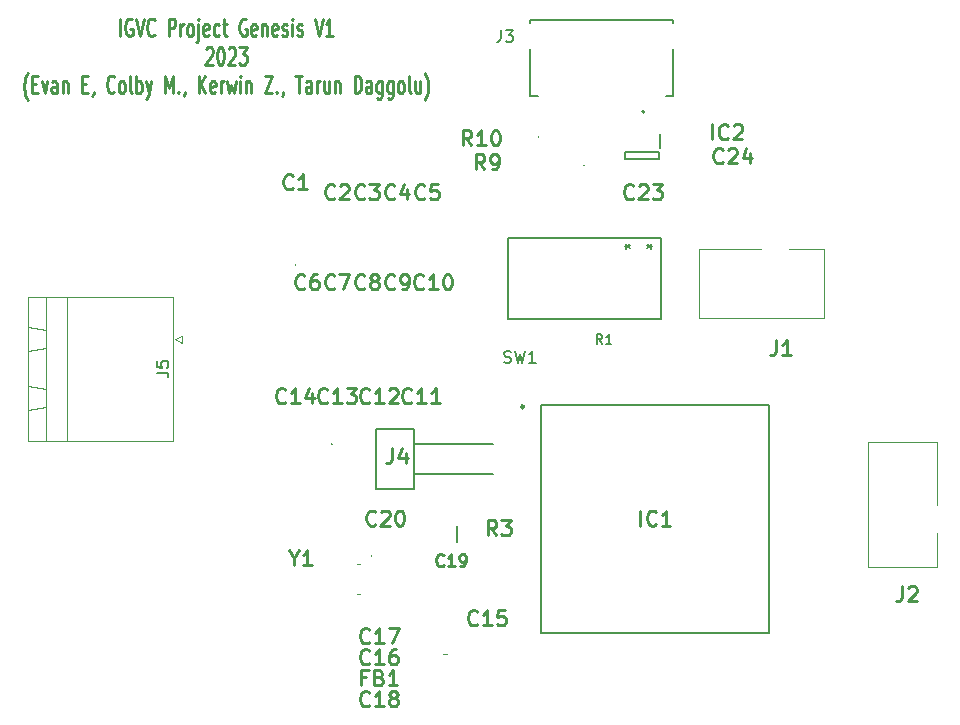
<source format=gbr>
%TF.GenerationSoftware,KiCad,Pcbnew,7.0.7*%
%TF.CreationDate,2023-10-17T17:05:39-05:00*%
%TF.ProjectId,IGVC-CBV1,49475643-2d43-4425-9631-2e6b69636164,rev?*%
%TF.SameCoordinates,Original*%
%TF.FileFunction,Legend,Top*%
%TF.FilePolarity,Positive*%
%FSLAX46Y46*%
G04 Gerber Fmt 4.6, Leading zero omitted, Abs format (unit mm)*
G04 Created by KiCad (PCBNEW 7.0.7) date 2023-10-17 17:05:39*
%MOMM*%
%LPD*%
G01*
G04 APERTURE LIST*
%ADD10C,0.250000*%
%ADD11C,0.254000*%
%ADD12C,0.150000*%
%ADD13C,0.050000*%
%ADD14C,0.200000*%
%ADD15C,0.100000*%
%ADD16C,0.152400*%
%ADD17C,0.127000*%
%ADD18C,0.120000*%
G04 APERTURE END LIST*
D10*
X113223809Y-62973428D02*
X113223809Y-61473428D01*
X114223808Y-61544857D02*
X114128570Y-61473428D01*
X114128570Y-61473428D02*
X113985713Y-61473428D01*
X113985713Y-61473428D02*
X113842856Y-61544857D01*
X113842856Y-61544857D02*
X113747618Y-61687714D01*
X113747618Y-61687714D02*
X113699999Y-61830571D01*
X113699999Y-61830571D02*
X113652380Y-62116285D01*
X113652380Y-62116285D02*
X113652380Y-62330571D01*
X113652380Y-62330571D02*
X113699999Y-62616285D01*
X113699999Y-62616285D02*
X113747618Y-62759142D01*
X113747618Y-62759142D02*
X113842856Y-62902000D01*
X113842856Y-62902000D02*
X113985713Y-62973428D01*
X113985713Y-62973428D02*
X114080951Y-62973428D01*
X114080951Y-62973428D02*
X114223808Y-62902000D01*
X114223808Y-62902000D02*
X114271427Y-62830571D01*
X114271427Y-62830571D02*
X114271427Y-62330571D01*
X114271427Y-62330571D02*
X114080951Y-62330571D01*
X114557142Y-61473428D02*
X114890475Y-62973428D01*
X114890475Y-62973428D02*
X115223808Y-61473428D01*
X116128570Y-62830571D02*
X116080951Y-62902000D01*
X116080951Y-62902000D02*
X115938094Y-62973428D01*
X115938094Y-62973428D02*
X115842856Y-62973428D01*
X115842856Y-62973428D02*
X115699999Y-62902000D01*
X115699999Y-62902000D02*
X115604761Y-62759142D01*
X115604761Y-62759142D02*
X115557142Y-62616285D01*
X115557142Y-62616285D02*
X115509523Y-62330571D01*
X115509523Y-62330571D02*
X115509523Y-62116285D01*
X115509523Y-62116285D02*
X115557142Y-61830571D01*
X115557142Y-61830571D02*
X115604761Y-61687714D01*
X115604761Y-61687714D02*
X115699999Y-61544857D01*
X115699999Y-61544857D02*
X115842856Y-61473428D01*
X115842856Y-61473428D02*
X115938094Y-61473428D01*
X115938094Y-61473428D02*
X116080951Y-61544857D01*
X116080951Y-61544857D02*
X116128570Y-61616285D01*
X117319047Y-62973428D02*
X117319047Y-61473428D01*
X117319047Y-61473428D02*
X117699999Y-61473428D01*
X117699999Y-61473428D02*
X117795237Y-61544857D01*
X117795237Y-61544857D02*
X117842856Y-61616285D01*
X117842856Y-61616285D02*
X117890475Y-61759142D01*
X117890475Y-61759142D02*
X117890475Y-61973428D01*
X117890475Y-61973428D02*
X117842856Y-62116285D01*
X117842856Y-62116285D02*
X117795237Y-62187714D01*
X117795237Y-62187714D02*
X117699999Y-62259142D01*
X117699999Y-62259142D02*
X117319047Y-62259142D01*
X118319047Y-62973428D02*
X118319047Y-61973428D01*
X118319047Y-62259142D02*
X118366666Y-62116285D01*
X118366666Y-62116285D02*
X118414285Y-62044857D01*
X118414285Y-62044857D02*
X118509523Y-61973428D01*
X118509523Y-61973428D02*
X118604761Y-61973428D01*
X119080952Y-62973428D02*
X118985714Y-62902000D01*
X118985714Y-62902000D02*
X118938095Y-62830571D01*
X118938095Y-62830571D02*
X118890476Y-62687714D01*
X118890476Y-62687714D02*
X118890476Y-62259142D01*
X118890476Y-62259142D02*
X118938095Y-62116285D01*
X118938095Y-62116285D02*
X118985714Y-62044857D01*
X118985714Y-62044857D02*
X119080952Y-61973428D01*
X119080952Y-61973428D02*
X119223809Y-61973428D01*
X119223809Y-61973428D02*
X119319047Y-62044857D01*
X119319047Y-62044857D02*
X119366666Y-62116285D01*
X119366666Y-62116285D02*
X119414285Y-62259142D01*
X119414285Y-62259142D02*
X119414285Y-62687714D01*
X119414285Y-62687714D02*
X119366666Y-62830571D01*
X119366666Y-62830571D02*
X119319047Y-62902000D01*
X119319047Y-62902000D02*
X119223809Y-62973428D01*
X119223809Y-62973428D02*
X119080952Y-62973428D01*
X119842857Y-61973428D02*
X119842857Y-63259142D01*
X119842857Y-63259142D02*
X119795238Y-63402000D01*
X119795238Y-63402000D02*
X119700000Y-63473428D01*
X119700000Y-63473428D02*
X119652381Y-63473428D01*
X119842857Y-61473428D02*
X119795238Y-61544857D01*
X119795238Y-61544857D02*
X119842857Y-61616285D01*
X119842857Y-61616285D02*
X119890476Y-61544857D01*
X119890476Y-61544857D02*
X119842857Y-61473428D01*
X119842857Y-61473428D02*
X119842857Y-61616285D01*
X120699999Y-62902000D02*
X120604761Y-62973428D01*
X120604761Y-62973428D02*
X120414285Y-62973428D01*
X120414285Y-62973428D02*
X120319047Y-62902000D01*
X120319047Y-62902000D02*
X120271428Y-62759142D01*
X120271428Y-62759142D02*
X120271428Y-62187714D01*
X120271428Y-62187714D02*
X120319047Y-62044857D01*
X120319047Y-62044857D02*
X120414285Y-61973428D01*
X120414285Y-61973428D02*
X120604761Y-61973428D01*
X120604761Y-61973428D02*
X120699999Y-62044857D01*
X120699999Y-62044857D02*
X120747618Y-62187714D01*
X120747618Y-62187714D02*
X120747618Y-62330571D01*
X120747618Y-62330571D02*
X120271428Y-62473428D01*
X121604761Y-62902000D02*
X121509523Y-62973428D01*
X121509523Y-62973428D02*
X121319047Y-62973428D01*
X121319047Y-62973428D02*
X121223809Y-62902000D01*
X121223809Y-62902000D02*
X121176190Y-62830571D01*
X121176190Y-62830571D02*
X121128571Y-62687714D01*
X121128571Y-62687714D02*
X121128571Y-62259142D01*
X121128571Y-62259142D02*
X121176190Y-62116285D01*
X121176190Y-62116285D02*
X121223809Y-62044857D01*
X121223809Y-62044857D02*
X121319047Y-61973428D01*
X121319047Y-61973428D02*
X121509523Y-61973428D01*
X121509523Y-61973428D02*
X121604761Y-62044857D01*
X121890476Y-61973428D02*
X122271428Y-61973428D01*
X122033333Y-61473428D02*
X122033333Y-62759142D01*
X122033333Y-62759142D02*
X122080952Y-62902000D01*
X122080952Y-62902000D02*
X122176190Y-62973428D01*
X122176190Y-62973428D02*
X122271428Y-62973428D01*
X123890476Y-61544857D02*
X123795238Y-61473428D01*
X123795238Y-61473428D02*
X123652381Y-61473428D01*
X123652381Y-61473428D02*
X123509524Y-61544857D01*
X123509524Y-61544857D02*
X123414286Y-61687714D01*
X123414286Y-61687714D02*
X123366667Y-61830571D01*
X123366667Y-61830571D02*
X123319048Y-62116285D01*
X123319048Y-62116285D02*
X123319048Y-62330571D01*
X123319048Y-62330571D02*
X123366667Y-62616285D01*
X123366667Y-62616285D02*
X123414286Y-62759142D01*
X123414286Y-62759142D02*
X123509524Y-62902000D01*
X123509524Y-62902000D02*
X123652381Y-62973428D01*
X123652381Y-62973428D02*
X123747619Y-62973428D01*
X123747619Y-62973428D02*
X123890476Y-62902000D01*
X123890476Y-62902000D02*
X123938095Y-62830571D01*
X123938095Y-62830571D02*
X123938095Y-62330571D01*
X123938095Y-62330571D02*
X123747619Y-62330571D01*
X124747619Y-62902000D02*
X124652381Y-62973428D01*
X124652381Y-62973428D02*
X124461905Y-62973428D01*
X124461905Y-62973428D02*
X124366667Y-62902000D01*
X124366667Y-62902000D02*
X124319048Y-62759142D01*
X124319048Y-62759142D02*
X124319048Y-62187714D01*
X124319048Y-62187714D02*
X124366667Y-62044857D01*
X124366667Y-62044857D02*
X124461905Y-61973428D01*
X124461905Y-61973428D02*
X124652381Y-61973428D01*
X124652381Y-61973428D02*
X124747619Y-62044857D01*
X124747619Y-62044857D02*
X124795238Y-62187714D01*
X124795238Y-62187714D02*
X124795238Y-62330571D01*
X124795238Y-62330571D02*
X124319048Y-62473428D01*
X125223810Y-61973428D02*
X125223810Y-62973428D01*
X125223810Y-62116285D02*
X125271429Y-62044857D01*
X125271429Y-62044857D02*
X125366667Y-61973428D01*
X125366667Y-61973428D02*
X125509524Y-61973428D01*
X125509524Y-61973428D02*
X125604762Y-62044857D01*
X125604762Y-62044857D02*
X125652381Y-62187714D01*
X125652381Y-62187714D02*
X125652381Y-62973428D01*
X126509524Y-62902000D02*
X126414286Y-62973428D01*
X126414286Y-62973428D02*
X126223810Y-62973428D01*
X126223810Y-62973428D02*
X126128572Y-62902000D01*
X126128572Y-62902000D02*
X126080953Y-62759142D01*
X126080953Y-62759142D02*
X126080953Y-62187714D01*
X126080953Y-62187714D02*
X126128572Y-62044857D01*
X126128572Y-62044857D02*
X126223810Y-61973428D01*
X126223810Y-61973428D02*
X126414286Y-61973428D01*
X126414286Y-61973428D02*
X126509524Y-62044857D01*
X126509524Y-62044857D02*
X126557143Y-62187714D01*
X126557143Y-62187714D02*
X126557143Y-62330571D01*
X126557143Y-62330571D02*
X126080953Y-62473428D01*
X126938096Y-62902000D02*
X127033334Y-62973428D01*
X127033334Y-62973428D02*
X127223810Y-62973428D01*
X127223810Y-62973428D02*
X127319048Y-62902000D01*
X127319048Y-62902000D02*
X127366667Y-62759142D01*
X127366667Y-62759142D02*
X127366667Y-62687714D01*
X127366667Y-62687714D02*
X127319048Y-62544857D01*
X127319048Y-62544857D02*
X127223810Y-62473428D01*
X127223810Y-62473428D02*
X127080953Y-62473428D01*
X127080953Y-62473428D02*
X126985715Y-62402000D01*
X126985715Y-62402000D02*
X126938096Y-62259142D01*
X126938096Y-62259142D02*
X126938096Y-62187714D01*
X126938096Y-62187714D02*
X126985715Y-62044857D01*
X126985715Y-62044857D02*
X127080953Y-61973428D01*
X127080953Y-61973428D02*
X127223810Y-61973428D01*
X127223810Y-61973428D02*
X127319048Y-62044857D01*
X127795239Y-62973428D02*
X127795239Y-61973428D01*
X127795239Y-61473428D02*
X127747620Y-61544857D01*
X127747620Y-61544857D02*
X127795239Y-61616285D01*
X127795239Y-61616285D02*
X127842858Y-61544857D01*
X127842858Y-61544857D02*
X127795239Y-61473428D01*
X127795239Y-61473428D02*
X127795239Y-61616285D01*
X128223810Y-62902000D02*
X128319048Y-62973428D01*
X128319048Y-62973428D02*
X128509524Y-62973428D01*
X128509524Y-62973428D02*
X128604762Y-62902000D01*
X128604762Y-62902000D02*
X128652381Y-62759142D01*
X128652381Y-62759142D02*
X128652381Y-62687714D01*
X128652381Y-62687714D02*
X128604762Y-62544857D01*
X128604762Y-62544857D02*
X128509524Y-62473428D01*
X128509524Y-62473428D02*
X128366667Y-62473428D01*
X128366667Y-62473428D02*
X128271429Y-62402000D01*
X128271429Y-62402000D02*
X128223810Y-62259142D01*
X128223810Y-62259142D02*
X128223810Y-62187714D01*
X128223810Y-62187714D02*
X128271429Y-62044857D01*
X128271429Y-62044857D02*
X128366667Y-61973428D01*
X128366667Y-61973428D02*
X128509524Y-61973428D01*
X128509524Y-61973428D02*
X128604762Y-62044857D01*
X129700001Y-61473428D02*
X130033334Y-62973428D01*
X130033334Y-62973428D02*
X130366667Y-61473428D01*
X131223810Y-62973428D02*
X130652382Y-62973428D01*
X130938096Y-62973428D02*
X130938096Y-61473428D01*
X130938096Y-61473428D02*
X130842858Y-61687714D01*
X130842858Y-61687714D02*
X130747620Y-61830571D01*
X130747620Y-61830571D02*
X130652382Y-61902000D01*
X120485714Y-64031285D02*
X120533333Y-63959857D01*
X120533333Y-63959857D02*
X120628571Y-63888428D01*
X120628571Y-63888428D02*
X120866666Y-63888428D01*
X120866666Y-63888428D02*
X120961904Y-63959857D01*
X120961904Y-63959857D02*
X121009523Y-64031285D01*
X121009523Y-64031285D02*
X121057142Y-64174142D01*
X121057142Y-64174142D02*
X121057142Y-64317000D01*
X121057142Y-64317000D02*
X121009523Y-64531285D01*
X121009523Y-64531285D02*
X120438095Y-65388428D01*
X120438095Y-65388428D02*
X121057142Y-65388428D01*
X121676190Y-63888428D02*
X121771428Y-63888428D01*
X121771428Y-63888428D02*
X121866666Y-63959857D01*
X121866666Y-63959857D02*
X121914285Y-64031285D01*
X121914285Y-64031285D02*
X121961904Y-64174142D01*
X121961904Y-64174142D02*
X122009523Y-64459857D01*
X122009523Y-64459857D02*
X122009523Y-64817000D01*
X122009523Y-64817000D02*
X121961904Y-65102714D01*
X121961904Y-65102714D02*
X121914285Y-65245571D01*
X121914285Y-65245571D02*
X121866666Y-65317000D01*
X121866666Y-65317000D02*
X121771428Y-65388428D01*
X121771428Y-65388428D02*
X121676190Y-65388428D01*
X121676190Y-65388428D02*
X121580952Y-65317000D01*
X121580952Y-65317000D02*
X121533333Y-65245571D01*
X121533333Y-65245571D02*
X121485714Y-65102714D01*
X121485714Y-65102714D02*
X121438095Y-64817000D01*
X121438095Y-64817000D02*
X121438095Y-64459857D01*
X121438095Y-64459857D02*
X121485714Y-64174142D01*
X121485714Y-64174142D02*
X121533333Y-64031285D01*
X121533333Y-64031285D02*
X121580952Y-63959857D01*
X121580952Y-63959857D02*
X121676190Y-63888428D01*
X122390476Y-64031285D02*
X122438095Y-63959857D01*
X122438095Y-63959857D02*
X122533333Y-63888428D01*
X122533333Y-63888428D02*
X122771428Y-63888428D01*
X122771428Y-63888428D02*
X122866666Y-63959857D01*
X122866666Y-63959857D02*
X122914285Y-64031285D01*
X122914285Y-64031285D02*
X122961904Y-64174142D01*
X122961904Y-64174142D02*
X122961904Y-64317000D01*
X122961904Y-64317000D02*
X122914285Y-64531285D01*
X122914285Y-64531285D02*
X122342857Y-65388428D01*
X122342857Y-65388428D02*
X122961904Y-65388428D01*
X123295238Y-63888428D02*
X123914285Y-63888428D01*
X123914285Y-63888428D02*
X123580952Y-64459857D01*
X123580952Y-64459857D02*
X123723809Y-64459857D01*
X123723809Y-64459857D02*
X123819047Y-64531285D01*
X123819047Y-64531285D02*
X123866666Y-64602714D01*
X123866666Y-64602714D02*
X123914285Y-64745571D01*
X123914285Y-64745571D02*
X123914285Y-65102714D01*
X123914285Y-65102714D02*
X123866666Y-65245571D01*
X123866666Y-65245571D02*
X123819047Y-65317000D01*
X123819047Y-65317000D02*
X123723809Y-65388428D01*
X123723809Y-65388428D02*
X123438095Y-65388428D01*
X123438095Y-65388428D02*
X123342857Y-65317000D01*
X123342857Y-65317000D02*
X123295238Y-65245571D01*
X105390474Y-68374857D02*
X105342855Y-68303428D01*
X105342855Y-68303428D02*
X105247617Y-68089142D01*
X105247617Y-68089142D02*
X105199998Y-67946285D01*
X105199998Y-67946285D02*
X105152379Y-67732000D01*
X105152379Y-67732000D02*
X105104760Y-67374857D01*
X105104760Y-67374857D02*
X105104760Y-67089142D01*
X105104760Y-67089142D02*
X105152379Y-66732000D01*
X105152379Y-66732000D02*
X105199998Y-66517714D01*
X105199998Y-66517714D02*
X105247617Y-66374857D01*
X105247617Y-66374857D02*
X105342855Y-66160571D01*
X105342855Y-66160571D02*
X105390474Y-66089142D01*
X105771427Y-67017714D02*
X106104760Y-67017714D01*
X106247617Y-67803428D02*
X105771427Y-67803428D01*
X105771427Y-67803428D02*
X105771427Y-66303428D01*
X105771427Y-66303428D02*
X106247617Y-66303428D01*
X106580951Y-66803428D02*
X106819046Y-67803428D01*
X106819046Y-67803428D02*
X107057141Y-66803428D01*
X107866665Y-67803428D02*
X107866665Y-67017714D01*
X107866665Y-67017714D02*
X107819046Y-66874857D01*
X107819046Y-66874857D02*
X107723808Y-66803428D01*
X107723808Y-66803428D02*
X107533332Y-66803428D01*
X107533332Y-66803428D02*
X107438094Y-66874857D01*
X107866665Y-67732000D02*
X107771427Y-67803428D01*
X107771427Y-67803428D02*
X107533332Y-67803428D01*
X107533332Y-67803428D02*
X107438094Y-67732000D01*
X107438094Y-67732000D02*
X107390475Y-67589142D01*
X107390475Y-67589142D02*
X107390475Y-67446285D01*
X107390475Y-67446285D02*
X107438094Y-67303428D01*
X107438094Y-67303428D02*
X107533332Y-67232000D01*
X107533332Y-67232000D02*
X107771427Y-67232000D01*
X107771427Y-67232000D02*
X107866665Y-67160571D01*
X108342856Y-66803428D02*
X108342856Y-67803428D01*
X108342856Y-66946285D02*
X108390475Y-66874857D01*
X108390475Y-66874857D02*
X108485713Y-66803428D01*
X108485713Y-66803428D02*
X108628570Y-66803428D01*
X108628570Y-66803428D02*
X108723808Y-66874857D01*
X108723808Y-66874857D02*
X108771427Y-67017714D01*
X108771427Y-67017714D02*
X108771427Y-67803428D01*
X110009523Y-67017714D02*
X110342856Y-67017714D01*
X110485713Y-67803428D02*
X110009523Y-67803428D01*
X110009523Y-67803428D02*
X110009523Y-66303428D01*
X110009523Y-66303428D02*
X110485713Y-66303428D01*
X110961904Y-67732000D02*
X110961904Y-67803428D01*
X110961904Y-67803428D02*
X110914285Y-67946285D01*
X110914285Y-67946285D02*
X110866666Y-68017714D01*
X112723808Y-67660571D02*
X112676189Y-67732000D01*
X112676189Y-67732000D02*
X112533332Y-67803428D01*
X112533332Y-67803428D02*
X112438094Y-67803428D01*
X112438094Y-67803428D02*
X112295237Y-67732000D01*
X112295237Y-67732000D02*
X112199999Y-67589142D01*
X112199999Y-67589142D02*
X112152380Y-67446285D01*
X112152380Y-67446285D02*
X112104761Y-67160571D01*
X112104761Y-67160571D02*
X112104761Y-66946285D01*
X112104761Y-66946285D02*
X112152380Y-66660571D01*
X112152380Y-66660571D02*
X112199999Y-66517714D01*
X112199999Y-66517714D02*
X112295237Y-66374857D01*
X112295237Y-66374857D02*
X112438094Y-66303428D01*
X112438094Y-66303428D02*
X112533332Y-66303428D01*
X112533332Y-66303428D02*
X112676189Y-66374857D01*
X112676189Y-66374857D02*
X112723808Y-66446285D01*
X113295237Y-67803428D02*
X113199999Y-67732000D01*
X113199999Y-67732000D02*
X113152380Y-67660571D01*
X113152380Y-67660571D02*
X113104761Y-67517714D01*
X113104761Y-67517714D02*
X113104761Y-67089142D01*
X113104761Y-67089142D02*
X113152380Y-66946285D01*
X113152380Y-66946285D02*
X113199999Y-66874857D01*
X113199999Y-66874857D02*
X113295237Y-66803428D01*
X113295237Y-66803428D02*
X113438094Y-66803428D01*
X113438094Y-66803428D02*
X113533332Y-66874857D01*
X113533332Y-66874857D02*
X113580951Y-66946285D01*
X113580951Y-66946285D02*
X113628570Y-67089142D01*
X113628570Y-67089142D02*
X113628570Y-67517714D01*
X113628570Y-67517714D02*
X113580951Y-67660571D01*
X113580951Y-67660571D02*
X113533332Y-67732000D01*
X113533332Y-67732000D02*
X113438094Y-67803428D01*
X113438094Y-67803428D02*
X113295237Y-67803428D01*
X114199999Y-67803428D02*
X114104761Y-67732000D01*
X114104761Y-67732000D02*
X114057142Y-67589142D01*
X114057142Y-67589142D02*
X114057142Y-66303428D01*
X114580952Y-67803428D02*
X114580952Y-66303428D01*
X114580952Y-66874857D02*
X114676190Y-66803428D01*
X114676190Y-66803428D02*
X114866666Y-66803428D01*
X114866666Y-66803428D02*
X114961904Y-66874857D01*
X114961904Y-66874857D02*
X115009523Y-66946285D01*
X115009523Y-66946285D02*
X115057142Y-67089142D01*
X115057142Y-67089142D02*
X115057142Y-67517714D01*
X115057142Y-67517714D02*
X115009523Y-67660571D01*
X115009523Y-67660571D02*
X114961904Y-67732000D01*
X114961904Y-67732000D02*
X114866666Y-67803428D01*
X114866666Y-67803428D02*
X114676190Y-67803428D01*
X114676190Y-67803428D02*
X114580952Y-67732000D01*
X115390476Y-66803428D02*
X115628571Y-67803428D01*
X115866666Y-66803428D02*
X115628571Y-67803428D01*
X115628571Y-67803428D02*
X115533333Y-68160571D01*
X115533333Y-68160571D02*
X115485714Y-68232000D01*
X115485714Y-68232000D02*
X115390476Y-68303428D01*
X117009524Y-67803428D02*
X117009524Y-66303428D01*
X117009524Y-66303428D02*
X117342857Y-67374857D01*
X117342857Y-67374857D02*
X117676190Y-66303428D01*
X117676190Y-66303428D02*
X117676190Y-67803428D01*
X118152381Y-67660571D02*
X118200000Y-67732000D01*
X118200000Y-67732000D02*
X118152381Y-67803428D01*
X118152381Y-67803428D02*
X118104762Y-67732000D01*
X118104762Y-67732000D02*
X118152381Y-67660571D01*
X118152381Y-67660571D02*
X118152381Y-67803428D01*
X118676190Y-67732000D02*
X118676190Y-67803428D01*
X118676190Y-67803428D02*
X118628571Y-67946285D01*
X118628571Y-67946285D02*
X118580952Y-68017714D01*
X119866666Y-67803428D02*
X119866666Y-66303428D01*
X120438094Y-67803428D02*
X120009523Y-66946285D01*
X120438094Y-66303428D02*
X119866666Y-67160571D01*
X121247618Y-67732000D02*
X121152380Y-67803428D01*
X121152380Y-67803428D02*
X120961904Y-67803428D01*
X120961904Y-67803428D02*
X120866666Y-67732000D01*
X120866666Y-67732000D02*
X120819047Y-67589142D01*
X120819047Y-67589142D02*
X120819047Y-67017714D01*
X120819047Y-67017714D02*
X120866666Y-66874857D01*
X120866666Y-66874857D02*
X120961904Y-66803428D01*
X120961904Y-66803428D02*
X121152380Y-66803428D01*
X121152380Y-66803428D02*
X121247618Y-66874857D01*
X121247618Y-66874857D02*
X121295237Y-67017714D01*
X121295237Y-67017714D02*
X121295237Y-67160571D01*
X121295237Y-67160571D02*
X120819047Y-67303428D01*
X121723809Y-67803428D02*
X121723809Y-66803428D01*
X121723809Y-67089142D02*
X121771428Y-66946285D01*
X121771428Y-66946285D02*
X121819047Y-66874857D01*
X121819047Y-66874857D02*
X121914285Y-66803428D01*
X121914285Y-66803428D02*
X122009523Y-66803428D01*
X122247619Y-66803428D02*
X122438095Y-67803428D01*
X122438095Y-67803428D02*
X122628571Y-67089142D01*
X122628571Y-67089142D02*
X122819047Y-67803428D01*
X122819047Y-67803428D02*
X123009523Y-66803428D01*
X123390476Y-67803428D02*
X123390476Y-66803428D01*
X123390476Y-66303428D02*
X123342857Y-66374857D01*
X123342857Y-66374857D02*
X123390476Y-66446285D01*
X123390476Y-66446285D02*
X123438095Y-66374857D01*
X123438095Y-66374857D02*
X123390476Y-66303428D01*
X123390476Y-66303428D02*
X123390476Y-66446285D01*
X123866666Y-66803428D02*
X123866666Y-67803428D01*
X123866666Y-66946285D02*
X123914285Y-66874857D01*
X123914285Y-66874857D02*
X124009523Y-66803428D01*
X124009523Y-66803428D02*
X124152380Y-66803428D01*
X124152380Y-66803428D02*
X124247618Y-66874857D01*
X124247618Y-66874857D02*
X124295237Y-67017714D01*
X124295237Y-67017714D02*
X124295237Y-67803428D01*
X125438095Y-66303428D02*
X126104761Y-66303428D01*
X126104761Y-66303428D02*
X125438095Y-67803428D01*
X125438095Y-67803428D02*
X126104761Y-67803428D01*
X126485714Y-67660571D02*
X126533333Y-67732000D01*
X126533333Y-67732000D02*
X126485714Y-67803428D01*
X126485714Y-67803428D02*
X126438095Y-67732000D01*
X126438095Y-67732000D02*
X126485714Y-67660571D01*
X126485714Y-67660571D02*
X126485714Y-67803428D01*
X127009523Y-67732000D02*
X127009523Y-67803428D01*
X127009523Y-67803428D02*
X126961904Y-67946285D01*
X126961904Y-67946285D02*
X126914285Y-68017714D01*
X128057142Y-66303428D02*
X128628570Y-66303428D01*
X128342856Y-67803428D02*
X128342856Y-66303428D01*
X129390475Y-67803428D02*
X129390475Y-67017714D01*
X129390475Y-67017714D02*
X129342856Y-66874857D01*
X129342856Y-66874857D02*
X129247618Y-66803428D01*
X129247618Y-66803428D02*
X129057142Y-66803428D01*
X129057142Y-66803428D02*
X128961904Y-66874857D01*
X129390475Y-67732000D02*
X129295237Y-67803428D01*
X129295237Y-67803428D02*
X129057142Y-67803428D01*
X129057142Y-67803428D02*
X128961904Y-67732000D01*
X128961904Y-67732000D02*
X128914285Y-67589142D01*
X128914285Y-67589142D02*
X128914285Y-67446285D01*
X128914285Y-67446285D02*
X128961904Y-67303428D01*
X128961904Y-67303428D02*
X129057142Y-67232000D01*
X129057142Y-67232000D02*
X129295237Y-67232000D01*
X129295237Y-67232000D02*
X129390475Y-67160571D01*
X129866666Y-67803428D02*
X129866666Y-66803428D01*
X129866666Y-67089142D02*
X129914285Y-66946285D01*
X129914285Y-66946285D02*
X129961904Y-66874857D01*
X129961904Y-66874857D02*
X130057142Y-66803428D01*
X130057142Y-66803428D02*
X130152380Y-66803428D01*
X130914285Y-66803428D02*
X130914285Y-67803428D01*
X130485714Y-66803428D02*
X130485714Y-67589142D01*
X130485714Y-67589142D02*
X130533333Y-67732000D01*
X130533333Y-67732000D02*
X130628571Y-67803428D01*
X130628571Y-67803428D02*
X130771428Y-67803428D01*
X130771428Y-67803428D02*
X130866666Y-67732000D01*
X130866666Y-67732000D02*
X130914285Y-67660571D01*
X131390476Y-66803428D02*
X131390476Y-67803428D01*
X131390476Y-66946285D02*
X131438095Y-66874857D01*
X131438095Y-66874857D02*
X131533333Y-66803428D01*
X131533333Y-66803428D02*
X131676190Y-66803428D01*
X131676190Y-66803428D02*
X131771428Y-66874857D01*
X131771428Y-66874857D02*
X131819047Y-67017714D01*
X131819047Y-67017714D02*
X131819047Y-67803428D01*
X133057143Y-67803428D02*
X133057143Y-66303428D01*
X133057143Y-66303428D02*
X133295238Y-66303428D01*
X133295238Y-66303428D02*
X133438095Y-66374857D01*
X133438095Y-66374857D02*
X133533333Y-66517714D01*
X133533333Y-66517714D02*
X133580952Y-66660571D01*
X133580952Y-66660571D02*
X133628571Y-66946285D01*
X133628571Y-66946285D02*
X133628571Y-67160571D01*
X133628571Y-67160571D02*
X133580952Y-67446285D01*
X133580952Y-67446285D02*
X133533333Y-67589142D01*
X133533333Y-67589142D02*
X133438095Y-67732000D01*
X133438095Y-67732000D02*
X133295238Y-67803428D01*
X133295238Y-67803428D02*
X133057143Y-67803428D01*
X134485714Y-67803428D02*
X134485714Y-67017714D01*
X134485714Y-67017714D02*
X134438095Y-66874857D01*
X134438095Y-66874857D02*
X134342857Y-66803428D01*
X134342857Y-66803428D02*
X134152381Y-66803428D01*
X134152381Y-66803428D02*
X134057143Y-66874857D01*
X134485714Y-67732000D02*
X134390476Y-67803428D01*
X134390476Y-67803428D02*
X134152381Y-67803428D01*
X134152381Y-67803428D02*
X134057143Y-67732000D01*
X134057143Y-67732000D02*
X134009524Y-67589142D01*
X134009524Y-67589142D02*
X134009524Y-67446285D01*
X134009524Y-67446285D02*
X134057143Y-67303428D01*
X134057143Y-67303428D02*
X134152381Y-67232000D01*
X134152381Y-67232000D02*
X134390476Y-67232000D01*
X134390476Y-67232000D02*
X134485714Y-67160571D01*
X135390476Y-66803428D02*
X135390476Y-68017714D01*
X135390476Y-68017714D02*
X135342857Y-68160571D01*
X135342857Y-68160571D02*
X135295238Y-68232000D01*
X135295238Y-68232000D02*
X135200000Y-68303428D01*
X135200000Y-68303428D02*
X135057143Y-68303428D01*
X135057143Y-68303428D02*
X134961905Y-68232000D01*
X135390476Y-67732000D02*
X135295238Y-67803428D01*
X135295238Y-67803428D02*
X135104762Y-67803428D01*
X135104762Y-67803428D02*
X135009524Y-67732000D01*
X135009524Y-67732000D02*
X134961905Y-67660571D01*
X134961905Y-67660571D02*
X134914286Y-67517714D01*
X134914286Y-67517714D02*
X134914286Y-67089142D01*
X134914286Y-67089142D02*
X134961905Y-66946285D01*
X134961905Y-66946285D02*
X135009524Y-66874857D01*
X135009524Y-66874857D02*
X135104762Y-66803428D01*
X135104762Y-66803428D02*
X135295238Y-66803428D01*
X135295238Y-66803428D02*
X135390476Y-66874857D01*
X136295238Y-66803428D02*
X136295238Y-68017714D01*
X136295238Y-68017714D02*
X136247619Y-68160571D01*
X136247619Y-68160571D02*
X136200000Y-68232000D01*
X136200000Y-68232000D02*
X136104762Y-68303428D01*
X136104762Y-68303428D02*
X135961905Y-68303428D01*
X135961905Y-68303428D02*
X135866667Y-68232000D01*
X136295238Y-67732000D02*
X136200000Y-67803428D01*
X136200000Y-67803428D02*
X136009524Y-67803428D01*
X136009524Y-67803428D02*
X135914286Y-67732000D01*
X135914286Y-67732000D02*
X135866667Y-67660571D01*
X135866667Y-67660571D02*
X135819048Y-67517714D01*
X135819048Y-67517714D02*
X135819048Y-67089142D01*
X135819048Y-67089142D02*
X135866667Y-66946285D01*
X135866667Y-66946285D02*
X135914286Y-66874857D01*
X135914286Y-66874857D02*
X136009524Y-66803428D01*
X136009524Y-66803428D02*
X136200000Y-66803428D01*
X136200000Y-66803428D02*
X136295238Y-66874857D01*
X136914286Y-67803428D02*
X136819048Y-67732000D01*
X136819048Y-67732000D02*
X136771429Y-67660571D01*
X136771429Y-67660571D02*
X136723810Y-67517714D01*
X136723810Y-67517714D02*
X136723810Y-67089142D01*
X136723810Y-67089142D02*
X136771429Y-66946285D01*
X136771429Y-66946285D02*
X136819048Y-66874857D01*
X136819048Y-66874857D02*
X136914286Y-66803428D01*
X136914286Y-66803428D02*
X137057143Y-66803428D01*
X137057143Y-66803428D02*
X137152381Y-66874857D01*
X137152381Y-66874857D02*
X137200000Y-66946285D01*
X137200000Y-66946285D02*
X137247619Y-67089142D01*
X137247619Y-67089142D02*
X137247619Y-67517714D01*
X137247619Y-67517714D02*
X137200000Y-67660571D01*
X137200000Y-67660571D02*
X137152381Y-67732000D01*
X137152381Y-67732000D02*
X137057143Y-67803428D01*
X137057143Y-67803428D02*
X136914286Y-67803428D01*
X137819048Y-67803428D02*
X137723810Y-67732000D01*
X137723810Y-67732000D02*
X137676191Y-67589142D01*
X137676191Y-67589142D02*
X137676191Y-66303428D01*
X138628572Y-66803428D02*
X138628572Y-67803428D01*
X138200001Y-66803428D02*
X138200001Y-67589142D01*
X138200001Y-67589142D02*
X138247620Y-67732000D01*
X138247620Y-67732000D02*
X138342858Y-67803428D01*
X138342858Y-67803428D02*
X138485715Y-67803428D01*
X138485715Y-67803428D02*
X138580953Y-67732000D01*
X138580953Y-67732000D02*
X138628572Y-67660571D01*
X139009525Y-68374857D02*
X139057144Y-68303428D01*
X139057144Y-68303428D02*
X139152382Y-68089142D01*
X139152382Y-68089142D02*
X139200001Y-67946285D01*
X139200001Y-67946285D02*
X139247620Y-67732000D01*
X139247620Y-67732000D02*
X139295239Y-67374857D01*
X139295239Y-67374857D02*
X139295239Y-67089142D01*
X139295239Y-67089142D02*
X139247620Y-66732000D01*
X139247620Y-66732000D02*
X139200001Y-66517714D01*
X139200001Y-66517714D02*
X139152382Y-66374857D01*
X139152382Y-66374857D02*
X139057144Y-66160571D01*
X139057144Y-66160571D02*
X139009525Y-66089142D01*
D11*
X134069667Y-117257080D02*
X133646333Y-117257080D01*
X133646333Y-117922318D02*
X133646333Y-116652318D01*
X133646333Y-116652318D02*
X134251095Y-116652318D01*
X135158238Y-117257080D02*
X135339666Y-117317556D01*
X135339666Y-117317556D02*
X135400143Y-117378032D01*
X135400143Y-117378032D02*
X135460619Y-117498984D01*
X135460619Y-117498984D02*
X135460619Y-117680413D01*
X135460619Y-117680413D02*
X135400143Y-117801365D01*
X135400143Y-117801365D02*
X135339666Y-117861842D01*
X135339666Y-117861842D02*
X135218714Y-117922318D01*
X135218714Y-117922318D02*
X134734904Y-117922318D01*
X134734904Y-117922318D02*
X134734904Y-116652318D01*
X134734904Y-116652318D02*
X135158238Y-116652318D01*
X135158238Y-116652318D02*
X135279190Y-116712794D01*
X135279190Y-116712794D02*
X135339666Y-116773270D01*
X135339666Y-116773270D02*
X135400143Y-116894222D01*
X135400143Y-116894222D02*
X135400143Y-117015175D01*
X135400143Y-117015175D02*
X135339666Y-117136127D01*
X135339666Y-117136127D02*
X135279190Y-117196603D01*
X135279190Y-117196603D02*
X135158238Y-117257080D01*
X135158238Y-117257080D02*
X134734904Y-117257080D01*
X136670143Y-117922318D02*
X135944428Y-117922318D01*
X136307285Y-117922318D02*
X136307285Y-116652318D01*
X136307285Y-116652318D02*
X136186333Y-116833746D01*
X136186333Y-116833746D02*
X136065381Y-116954699D01*
X136065381Y-116954699D02*
X135944428Y-117015175D01*
X143455571Y-112721365D02*
X143395095Y-112781842D01*
X143395095Y-112781842D02*
X143213666Y-112842318D01*
X143213666Y-112842318D02*
X143092714Y-112842318D01*
X143092714Y-112842318D02*
X142911285Y-112781842D01*
X142911285Y-112781842D02*
X142790333Y-112660889D01*
X142790333Y-112660889D02*
X142729856Y-112539937D01*
X142729856Y-112539937D02*
X142669380Y-112298032D01*
X142669380Y-112298032D02*
X142669380Y-112116603D01*
X142669380Y-112116603D02*
X142729856Y-111874699D01*
X142729856Y-111874699D02*
X142790333Y-111753746D01*
X142790333Y-111753746D02*
X142911285Y-111632794D01*
X142911285Y-111632794D02*
X143092714Y-111572318D01*
X143092714Y-111572318D02*
X143213666Y-111572318D01*
X143213666Y-111572318D02*
X143395095Y-111632794D01*
X143395095Y-111632794D02*
X143455571Y-111693270D01*
X144665095Y-112842318D02*
X143939380Y-112842318D01*
X144302237Y-112842318D02*
X144302237Y-111572318D01*
X144302237Y-111572318D02*
X144181285Y-111753746D01*
X144181285Y-111753746D02*
X144060333Y-111874699D01*
X144060333Y-111874699D02*
X143939380Y-111935175D01*
X145814142Y-111572318D02*
X145209380Y-111572318D01*
X145209380Y-111572318D02*
X145148904Y-112177080D01*
X145148904Y-112177080D02*
X145209380Y-112116603D01*
X145209380Y-112116603D02*
X145330333Y-112056127D01*
X145330333Y-112056127D02*
X145632714Y-112056127D01*
X145632714Y-112056127D02*
X145753666Y-112116603D01*
X145753666Y-112116603D02*
X145814142Y-112177080D01*
X145814142Y-112177080D02*
X145874619Y-112298032D01*
X145874619Y-112298032D02*
X145874619Y-112600413D01*
X145874619Y-112600413D02*
X145814142Y-112721365D01*
X145814142Y-112721365D02*
X145753666Y-112781842D01*
X145753666Y-112781842D02*
X145632714Y-112842318D01*
X145632714Y-112842318D02*
X145330333Y-112842318D01*
X145330333Y-112842318D02*
X145209380Y-112781842D01*
X145209380Y-112781842D02*
X145148904Y-112721365D01*
X163352237Y-71694318D02*
X163352237Y-70424318D01*
X164682714Y-71573365D02*
X164622238Y-71633842D01*
X164622238Y-71633842D02*
X164440809Y-71694318D01*
X164440809Y-71694318D02*
X164319857Y-71694318D01*
X164319857Y-71694318D02*
X164138428Y-71633842D01*
X164138428Y-71633842D02*
X164017476Y-71512889D01*
X164017476Y-71512889D02*
X163956999Y-71391937D01*
X163956999Y-71391937D02*
X163896523Y-71150032D01*
X163896523Y-71150032D02*
X163896523Y-70968603D01*
X163896523Y-70968603D02*
X163956999Y-70726699D01*
X163956999Y-70726699D02*
X164017476Y-70605746D01*
X164017476Y-70605746D02*
X164138428Y-70484794D01*
X164138428Y-70484794D02*
X164319857Y-70424318D01*
X164319857Y-70424318D02*
X164440809Y-70424318D01*
X164440809Y-70424318D02*
X164622238Y-70484794D01*
X164622238Y-70484794D02*
X164682714Y-70545270D01*
X165166523Y-70545270D02*
X165226999Y-70484794D01*
X165226999Y-70484794D02*
X165347952Y-70424318D01*
X165347952Y-70424318D02*
X165650333Y-70424318D01*
X165650333Y-70424318D02*
X165771285Y-70484794D01*
X165771285Y-70484794D02*
X165831761Y-70545270D01*
X165831761Y-70545270D02*
X165892238Y-70666222D01*
X165892238Y-70666222D02*
X165892238Y-70787175D01*
X165892238Y-70787175D02*
X165831761Y-70968603D01*
X165831761Y-70968603D02*
X165106047Y-71694318D01*
X165106047Y-71694318D02*
X165892238Y-71694318D01*
X130755571Y-93925365D02*
X130695095Y-93985842D01*
X130695095Y-93985842D02*
X130513666Y-94046318D01*
X130513666Y-94046318D02*
X130392714Y-94046318D01*
X130392714Y-94046318D02*
X130211285Y-93985842D01*
X130211285Y-93985842D02*
X130090333Y-93864889D01*
X130090333Y-93864889D02*
X130029856Y-93743937D01*
X130029856Y-93743937D02*
X129969380Y-93502032D01*
X129969380Y-93502032D02*
X129969380Y-93320603D01*
X129969380Y-93320603D02*
X130029856Y-93078699D01*
X130029856Y-93078699D02*
X130090333Y-92957746D01*
X130090333Y-92957746D02*
X130211285Y-92836794D01*
X130211285Y-92836794D02*
X130392714Y-92776318D01*
X130392714Y-92776318D02*
X130513666Y-92776318D01*
X130513666Y-92776318D02*
X130695095Y-92836794D01*
X130695095Y-92836794D02*
X130755571Y-92897270D01*
X131965095Y-94046318D02*
X131239380Y-94046318D01*
X131602237Y-94046318D02*
X131602237Y-92776318D01*
X131602237Y-92776318D02*
X131481285Y-92957746D01*
X131481285Y-92957746D02*
X131360333Y-93078699D01*
X131360333Y-93078699D02*
X131239380Y-93139175D01*
X132388428Y-92776318D02*
X133174619Y-92776318D01*
X133174619Y-92776318D02*
X132751285Y-93260127D01*
X132751285Y-93260127D02*
X132932714Y-93260127D01*
X132932714Y-93260127D02*
X133053666Y-93320603D01*
X133053666Y-93320603D02*
X133114142Y-93381080D01*
X133114142Y-93381080D02*
X133174619Y-93502032D01*
X133174619Y-93502032D02*
X133174619Y-93804413D01*
X133174619Y-93804413D02*
X133114142Y-93925365D01*
X133114142Y-93925365D02*
X133053666Y-93985842D01*
X133053666Y-93985842D02*
X132932714Y-94046318D01*
X132932714Y-94046318D02*
X132569857Y-94046318D01*
X132569857Y-94046318D02*
X132448904Y-93985842D01*
X132448904Y-93985842D02*
X132388428Y-93925365D01*
X136440333Y-76653365D02*
X136379857Y-76713842D01*
X136379857Y-76713842D02*
X136198428Y-76774318D01*
X136198428Y-76774318D02*
X136077476Y-76774318D01*
X136077476Y-76774318D02*
X135896047Y-76713842D01*
X135896047Y-76713842D02*
X135775095Y-76592889D01*
X135775095Y-76592889D02*
X135714618Y-76471937D01*
X135714618Y-76471937D02*
X135654142Y-76230032D01*
X135654142Y-76230032D02*
X135654142Y-76048603D01*
X135654142Y-76048603D02*
X135714618Y-75806699D01*
X135714618Y-75806699D02*
X135775095Y-75685746D01*
X135775095Y-75685746D02*
X135896047Y-75564794D01*
X135896047Y-75564794D02*
X136077476Y-75504318D01*
X136077476Y-75504318D02*
X136198428Y-75504318D01*
X136198428Y-75504318D02*
X136379857Y-75564794D01*
X136379857Y-75564794D02*
X136440333Y-75625270D01*
X137528904Y-75927651D02*
X137528904Y-76774318D01*
X137226523Y-75443842D02*
X136924142Y-76350984D01*
X136924142Y-76350984D02*
X137710333Y-76350984D01*
X127919238Y-107157556D02*
X127919238Y-107762318D01*
X127495905Y-106492318D02*
X127919238Y-107157556D01*
X127919238Y-107157556D02*
X128342572Y-106492318D01*
X129431143Y-107762318D02*
X128705428Y-107762318D01*
X129068285Y-107762318D02*
X129068285Y-106492318D01*
X129068285Y-106492318D02*
X128947333Y-106673746D01*
X128947333Y-106673746D02*
X128826381Y-106794699D01*
X128826381Y-106794699D02*
X128705428Y-106855175D01*
X127812333Y-75819365D02*
X127751857Y-75879842D01*
X127751857Y-75879842D02*
X127570428Y-75940318D01*
X127570428Y-75940318D02*
X127449476Y-75940318D01*
X127449476Y-75940318D02*
X127268047Y-75879842D01*
X127268047Y-75879842D02*
X127147095Y-75758889D01*
X127147095Y-75758889D02*
X127086618Y-75637937D01*
X127086618Y-75637937D02*
X127026142Y-75396032D01*
X127026142Y-75396032D02*
X127026142Y-75214603D01*
X127026142Y-75214603D02*
X127086618Y-74972699D01*
X127086618Y-74972699D02*
X127147095Y-74851746D01*
X127147095Y-74851746D02*
X127268047Y-74730794D01*
X127268047Y-74730794D02*
X127449476Y-74670318D01*
X127449476Y-74670318D02*
X127570428Y-74670318D01*
X127570428Y-74670318D02*
X127751857Y-74730794D01*
X127751857Y-74730794D02*
X127812333Y-74791270D01*
X129021857Y-75940318D02*
X128296142Y-75940318D01*
X128658999Y-75940318D02*
X128658999Y-74670318D01*
X128658999Y-74670318D02*
X128538047Y-74851746D01*
X128538047Y-74851746D02*
X128417095Y-74972699D01*
X128417095Y-74972699D02*
X128296142Y-75033175D01*
X136228667Y-97856318D02*
X136228667Y-98763461D01*
X136228667Y-98763461D02*
X136168190Y-98944889D01*
X136168190Y-98944889D02*
X136047238Y-99065842D01*
X136047238Y-99065842D02*
X135865809Y-99126318D01*
X135865809Y-99126318D02*
X135744857Y-99126318D01*
X137377714Y-98279651D02*
X137377714Y-99126318D01*
X137075333Y-97795842D02*
X136772952Y-98702984D01*
X136772952Y-98702984D02*
X137559143Y-98702984D01*
X128820333Y-84273365D02*
X128759857Y-84333842D01*
X128759857Y-84333842D02*
X128578428Y-84394318D01*
X128578428Y-84394318D02*
X128457476Y-84394318D01*
X128457476Y-84394318D02*
X128276047Y-84333842D01*
X128276047Y-84333842D02*
X128155095Y-84212889D01*
X128155095Y-84212889D02*
X128094618Y-84091937D01*
X128094618Y-84091937D02*
X128034142Y-83850032D01*
X128034142Y-83850032D02*
X128034142Y-83668603D01*
X128034142Y-83668603D02*
X128094618Y-83426699D01*
X128094618Y-83426699D02*
X128155095Y-83305746D01*
X128155095Y-83305746D02*
X128276047Y-83184794D01*
X128276047Y-83184794D02*
X128457476Y-83124318D01*
X128457476Y-83124318D02*
X128578428Y-83124318D01*
X128578428Y-83124318D02*
X128759857Y-83184794D01*
X128759857Y-83184794D02*
X128820333Y-83245270D01*
X129908904Y-83124318D02*
X129666999Y-83124318D01*
X129666999Y-83124318D02*
X129546047Y-83184794D01*
X129546047Y-83184794D02*
X129485571Y-83245270D01*
X129485571Y-83245270D02*
X129364618Y-83426699D01*
X129364618Y-83426699D02*
X129304142Y-83668603D01*
X129304142Y-83668603D02*
X129304142Y-84152413D01*
X129304142Y-84152413D02*
X129364618Y-84273365D01*
X129364618Y-84273365D02*
X129425095Y-84333842D01*
X129425095Y-84333842D02*
X129546047Y-84394318D01*
X129546047Y-84394318D02*
X129787952Y-84394318D01*
X129787952Y-84394318D02*
X129908904Y-84333842D01*
X129908904Y-84333842D02*
X129969380Y-84273365D01*
X129969380Y-84273365D02*
X130029857Y-84152413D01*
X130029857Y-84152413D02*
X130029857Y-83850032D01*
X130029857Y-83850032D02*
X129969380Y-83729080D01*
X129969380Y-83729080D02*
X129908904Y-83668603D01*
X129908904Y-83668603D02*
X129787952Y-83608127D01*
X129787952Y-83608127D02*
X129546047Y-83608127D01*
X129546047Y-83608127D02*
X129425095Y-83668603D01*
X129425095Y-83668603D02*
X129364618Y-83729080D01*
X129364618Y-83729080D02*
X129304142Y-83850032D01*
D10*
X140594517Y-107739630D02*
X140546898Y-107787250D01*
X140546898Y-107787250D02*
X140404041Y-107834869D01*
X140404041Y-107834869D02*
X140308803Y-107834869D01*
X140308803Y-107834869D02*
X140165946Y-107787250D01*
X140165946Y-107787250D02*
X140070708Y-107692011D01*
X140070708Y-107692011D02*
X140023089Y-107596773D01*
X140023089Y-107596773D02*
X139975470Y-107406297D01*
X139975470Y-107406297D02*
X139975470Y-107263440D01*
X139975470Y-107263440D02*
X140023089Y-107072964D01*
X140023089Y-107072964D02*
X140070708Y-106977726D01*
X140070708Y-106977726D02*
X140165946Y-106882488D01*
X140165946Y-106882488D02*
X140308803Y-106834869D01*
X140308803Y-106834869D02*
X140404041Y-106834869D01*
X140404041Y-106834869D02*
X140546898Y-106882488D01*
X140546898Y-106882488D02*
X140594517Y-106930107D01*
X141546898Y-107834869D02*
X140975470Y-107834869D01*
X141261184Y-107834869D02*
X141261184Y-106834869D01*
X141261184Y-106834869D02*
X141165946Y-106977726D01*
X141165946Y-106977726D02*
X141070708Y-107072964D01*
X141070708Y-107072964D02*
X140975470Y-107120583D01*
X142023089Y-107834869D02*
X142213565Y-107834869D01*
X142213565Y-107834869D02*
X142308803Y-107787250D01*
X142308803Y-107787250D02*
X142356422Y-107739630D01*
X142356422Y-107739630D02*
X142451660Y-107596773D01*
X142451660Y-107596773D02*
X142499279Y-107406297D01*
X142499279Y-107406297D02*
X142499279Y-107025345D01*
X142499279Y-107025345D02*
X142451660Y-106930107D01*
X142451660Y-106930107D02*
X142404041Y-106882488D01*
X142404041Y-106882488D02*
X142308803Y-106834869D01*
X142308803Y-106834869D02*
X142118327Y-106834869D01*
X142118327Y-106834869D02*
X142023089Y-106882488D01*
X142023089Y-106882488D02*
X141975470Y-106930107D01*
X141975470Y-106930107D02*
X141927851Y-107025345D01*
X141927851Y-107025345D02*
X141927851Y-107263440D01*
X141927851Y-107263440D02*
X141975470Y-107358678D01*
X141975470Y-107358678D02*
X142023089Y-107406297D01*
X142023089Y-107406297D02*
X142118327Y-107453916D01*
X142118327Y-107453916D02*
X142308803Y-107453916D01*
X142308803Y-107453916D02*
X142404041Y-107406297D01*
X142404041Y-107406297D02*
X142451660Y-107358678D01*
X142451660Y-107358678D02*
X142499279Y-107263440D01*
D11*
X164234196Y-73605365D02*
X164173720Y-73665842D01*
X164173720Y-73665842D02*
X163992291Y-73726318D01*
X163992291Y-73726318D02*
X163871339Y-73726318D01*
X163871339Y-73726318D02*
X163689910Y-73665842D01*
X163689910Y-73665842D02*
X163568958Y-73544889D01*
X163568958Y-73544889D02*
X163508481Y-73423937D01*
X163508481Y-73423937D02*
X163448005Y-73182032D01*
X163448005Y-73182032D02*
X163448005Y-73000603D01*
X163448005Y-73000603D02*
X163508481Y-72758699D01*
X163508481Y-72758699D02*
X163568958Y-72637746D01*
X163568958Y-72637746D02*
X163689910Y-72516794D01*
X163689910Y-72516794D02*
X163871339Y-72456318D01*
X163871339Y-72456318D02*
X163992291Y-72456318D01*
X163992291Y-72456318D02*
X164173720Y-72516794D01*
X164173720Y-72516794D02*
X164234196Y-72577270D01*
X164718005Y-72577270D02*
X164778481Y-72516794D01*
X164778481Y-72516794D02*
X164899434Y-72456318D01*
X164899434Y-72456318D02*
X165201815Y-72456318D01*
X165201815Y-72456318D02*
X165322767Y-72516794D01*
X165322767Y-72516794D02*
X165383243Y-72577270D01*
X165383243Y-72577270D02*
X165443720Y-72698222D01*
X165443720Y-72698222D02*
X165443720Y-72819175D01*
X165443720Y-72819175D02*
X165383243Y-73000603D01*
X165383243Y-73000603D02*
X164657529Y-73726318D01*
X164657529Y-73726318D02*
X165443720Y-73726318D01*
X166532291Y-72879651D02*
X166532291Y-73726318D01*
X166229910Y-72395842D02*
X165927529Y-73302984D01*
X165927529Y-73302984D02*
X166713720Y-73302984D01*
X136440333Y-84273365D02*
X136379857Y-84333842D01*
X136379857Y-84333842D02*
X136198428Y-84394318D01*
X136198428Y-84394318D02*
X136077476Y-84394318D01*
X136077476Y-84394318D02*
X135896047Y-84333842D01*
X135896047Y-84333842D02*
X135775095Y-84212889D01*
X135775095Y-84212889D02*
X135714618Y-84091937D01*
X135714618Y-84091937D02*
X135654142Y-83850032D01*
X135654142Y-83850032D02*
X135654142Y-83668603D01*
X135654142Y-83668603D02*
X135714618Y-83426699D01*
X135714618Y-83426699D02*
X135775095Y-83305746D01*
X135775095Y-83305746D02*
X135896047Y-83184794D01*
X135896047Y-83184794D02*
X136077476Y-83124318D01*
X136077476Y-83124318D02*
X136198428Y-83124318D01*
X136198428Y-83124318D02*
X136379857Y-83184794D01*
X136379857Y-83184794D02*
X136440333Y-83245270D01*
X137045095Y-84394318D02*
X137286999Y-84394318D01*
X137286999Y-84394318D02*
X137407952Y-84333842D01*
X137407952Y-84333842D02*
X137468428Y-84273365D01*
X137468428Y-84273365D02*
X137589380Y-84091937D01*
X137589380Y-84091937D02*
X137649857Y-83850032D01*
X137649857Y-83850032D02*
X137649857Y-83366222D01*
X137649857Y-83366222D02*
X137589380Y-83245270D01*
X137589380Y-83245270D02*
X137528904Y-83184794D01*
X137528904Y-83184794D02*
X137407952Y-83124318D01*
X137407952Y-83124318D02*
X137166047Y-83124318D01*
X137166047Y-83124318D02*
X137045095Y-83184794D01*
X137045095Y-83184794D02*
X136984618Y-83245270D01*
X136984618Y-83245270D02*
X136924142Y-83366222D01*
X136924142Y-83366222D02*
X136924142Y-83668603D01*
X136924142Y-83668603D02*
X136984618Y-83789556D01*
X136984618Y-83789556D02*
X137045095Y-83850032D01*
X137045095Y-83850032D02*
X137166047Y-83910508D01*
X137166047Y-83910508D02*
X137407952Y-83910508D01*
X137407952Y-83910508D02*
X137528904Y-83850032D01*
X137528904Y-83850032D02*
X137589380Y-83789556D01*
X137589380Y-83789556D02*
X137649857Y-83668603D01*
D12*
X145732667Y-90577200D02*
X145875524Y-90624819D01*
X145875524Y-90624819D02*
X146113619Y-90624819D01*
X146113619Y-90624819D02*
X146208857Y-90577200D01*
X146208857Y-90577200D02*
X146256476Y-90529580D01*
X146256476Y-90529580D02*
X146304095Y-90434342D01*
X146304095Y-90434342D02*
X146304095Y-90339104D01*
X146304095Y-90339104D02*
X146256476Y-90243866D01*
X146256476Y-90243866D02*
X146208857Y-90196247D01*
X146208857Y-90196247D02*
X146113619Y-90148628D01*
X146113619Y-90148628D02*
X145923143Y-90101009D01*
X145923143Y-90101009D02*
X145827905Y-90053390D01*
X145827905Y-90053390D02*
X145780286Y-90005771D01*
X145780286Y-90005771D02*
X145732667Y-89910533D01*
X145732667Y-89910533D02*
X145732667Y-89815295D01*
X145732667Y-89815295D02*
X145780286Y-89720057D01*
X145780286Y-89720057D02*
X145827905Y-89672438D01*
X145827905Y-89672438D02*
X145923143Y-89624819D01*
X145923143Y-89624819D02*
X146161238Y-89624819D01*
X146161238Y-89624819D02*
X146304095Y-89672438D01*
X146637429Y-89624819D02*
X146875524Y-90624819D01*
X146875524Y-90624819D02*
X147066000Y-89910533D01*
X147066000Y-89910533D02*
X147256476Y-90624819D01*
X147256476Y-90624819D02*
X147494572Y-89624819D01*
X148399333Y-90624819D02*
X147827905Y-90624819D01*
X148113619Y-90624819D02*
X148113619Y-89624819D01*
X148113619Y-89624819D02*
X148018381Y-89767676D01*
X148018381Y-89767676D02*
X147923143Y-89862914D01*
X147923143Y-89862914D02*
X147827905Y-89910533D01*
X155918819Y-80771999D02*
X156156914Y-80771999D01*
X156061676Y-81010094D02*
X156156914Y-80771999D01*
X156156914Y-80771999D02*
X156061676Y-80533904D01*
X156347390Y-80914856D02*
X156156914Y-80771999D01*
X156156914Y-80771999D02*
X156347390Y-80629142D01*
X158279180Y-80772000D02*
X158041085Y-80772000D01*
X158136323Y-80533905D02*
X158041085Y-80772000D01*
X158041085Y-80772000D02*
X158136323Y-81010095D01*
X157850609Y-80629143D02*
X158041085Y-80772000D01*
X158041085Y-80772000D02*
X157850609Y-80914857D01*
X145462666Y-62446819D02*
X145462666Y-63161104D01*
X145462666Y-63161104D02*
X145415047Y-63303961D01*
X145415047Y-63303961D02*
X145319809Y-63399200D01*
X145319809Y-63399200D02*
X145176952Y-63446819D01*
X145176952Y-63446819D02*
X145081714Y-63446819D01*
X145843619Y-62446819D02*
X146462666Y-62446819D01*
X146462666Y-62446819D02*
X146129333Y-62827771D01*
X146129333Y-62827771D02*
X146272190Y-62827771D01*
X146272190Y-62827771D02*
X146367428Y-62875390D01*
X146367428Y-62875390D02*
X146415047Y-62923009D01*
X146415047Y-62923009D02*
X146462666Y-63018247D01*
X146462666Y-63018247D02*
X146462666Y-63256342D01*
X146462666Y-63256342D02*
X146415047Y-63351580D01*
X146415047Y-63351580D02*
X146367428Y-63399200D01*
X146367428Y-63399200D02*
X146272190Y-63446819D01*
X146272190Y-63446819D02*
X145986476Y-63446819D01*
X145986476Y-63446819D02*
X145891238Y-63399200D01*
X145891238Y-63399200D02*
X145843619Y-63351580D01*
D11*
X127199571Y-93925365D02*
X127139095Y-93985842D01*
X127139095Y-93985842D02*
X126957666Y-94046318D01*
X126957666Y-94046318D02*
X126836714Y-94046318D01*
X126836714Y-94046318D02*
X126655285Y-93985842D01*
X126655285Y-93985842D02*
X126534333Y-93864889D01*
X126534333Y-93864889D02*
X126473856Y-93743937D01*
X126473856Y-93743937D02*
X126413380Y-93502032D01*
X126413380Y-93502032D02*
X126413380Y-93320603D01*
X126413380Y-93320603D02*
X126473856Y-93078699D01*
X126473856Y-93078699D02*
X126534333Y-92957746D01*
X126534333Y-92957746D02*
X126655285Y-92836794D01*
X126655285Y-92836794D02*
X126836714Y-92776318D01*
X126836714Y-92776318D02*
X126957666Y-92776318D01*
X126957666Y-92776318D02*
X127139095Y-92836794D01*
X127139095Y-92836794D02*
X127199571Y-92897270D01*
X128409095Y-94046318D02*
X127683380Y-94046318D01*
X128046237Y-94046318D02*
X128046237Y-92776318D01*
X128046237Y-92776318D02*
X127925285Y-92957746D01*
X127925285Y-92957746D02*
X127804333Y-93078699D01*
X127804333Y-93078699D02*
X127683380Y-93139175D01*
X129497666Y-93199651D02*
X129497666Y-94046318D01*
X129195285Y-92715842D02*
X128892904Y-93622984D01*
X128892904Y-93622984D02*
X129679095Y-93622984D01*
X134832946Y-104282615D02*
X134772470Y-104343092D01*
X134772470Y-104343092D02*
X134591041Y-104403568D01*
X134591041Y-104403568D02*
X134470089Y-104403568D01*
X134470089Y-104403568D02*
X134288660Y-104343092D01*
X134288660Y-104343092D02*
X134167708Y-104222139D01*
X134167708Y-104222139D02*
X134107231Y-104101187D01*
X134107231Y-104101187D02*
X134046755Y-103859282D01*
X134046755Y-103859282D02*
X134046755Y-103677853D01*
X134046755Y-103677853D02*
X134107231Y-103435949D01*
X134107231Y-103435949D02*
X134167708Y-103314996D01*
X134167708Y-103314996D02*
X134288660Y-103194044D01*
X134288660Y-103194044D02*
X134470089Y-103133568D01*
X134470089Y-103133568D02*
X134591041Y-103133568D01*
X134591041Y-103133568D02*
X134772470Y-103194044D01*
X134772470Y-103194044D02*
X134832946Y-103254520D01*
X135316755Y-103254520D02*
X135377231Y-103194044D01*
X135377231Y-103194044D02*
X135498184Y-103133568D01*
X135498184Y-103133568D02*
X135800565Y-103133568D01*
X135800565Y-103133568D02*
X135921517Y-103194044D01*
X135921517Y-103194044D02*
X135981993Y-103254520D01*
X135981993Y-103254520D02*
X136042470Y-103375472D01*
X136042470Y-103375472D02*
X136042470Y-103496425D01*
X136042470Y-103496425D02*
X135981993Y-103677853D01*
X135981993Y-103677853D02*
X135256279Y-104403568D01*
X135256279Y-104403568D02*
X136042470Y-104403568D01*
X136828660Y-103133568D02*
X136949613Y-103133568D01*
X136949613Y-103133568D02*
X137070565Y-103194044D01*
X137070565Y-103194044D02*
X137131041Y-103254520D01*
X137131041Y-103254520D02*
X137191517Y-103375472D01*
X137191517Y-103375472D02*
X137251994Y-103617377D01*
X137251994Y-103617377D02*
X137251994Y-103919758D01*
X137251994Y-103919758D02*
X137191517Y-104161663D01*
X137191517Y-104161663D02*
X137131041Y-104282615D01*
X137131041Y-104282615D02*
X137070565Y-104343092D01*
X137070565Y-104343092D02*
X136949613Y-104403568D01*
X136949613Y-104403568D02*
X136828660Y-104403568D01*
X136828660Y-104403568D02*
X136707708Y-104343092D01*
X136707708Y-104343092D02*
X136647232Y-104282615D01*
X136647232Y-104282615D02*
X136586755Y-104161663D01*
X136586755Y-104161663D02*
X136526279Y-103919758D01*
X136526279Y-103919758D02*
X136526279Y-103617377D01*
X136526279Y-103617377D02*
X136586755Y-103375472D01*
X136586755Y-103375472D02*
X136647232Y-103254520D01*
X136647232Y-103254520D02*
X136707708Y-103194044D01*
X136707708Y-103194044D02*
X136828660Y-103133568D01*
D12*
X116294819Y-91462583D02*
X117009104Y-91462583D01*
X117009104Y-91462583D02*
X117151961Y-91510202D01*
X117151961Y-91510202D02*
X117247200Y-91605440D01*
X117247200Y-91605440D02*
X117294819Y-91748297D01*
X117294819Y-91748297D02*
X117294819Y-91843535D01*
X116294819Y-90510202D02*
X116294819Y-90986392D01*
X116294819Y-90986392D02*
X116771009Y-91034011D01*
X116771009Y-91034011D02*
X116723390Y-90986392D01*
X116723390Y-90986392D02*
X116675771Y-90891154D01*
X116675771Y-90891154D02*
X116675771Y-90653059D01*
X116675771Y-90653059D02*
X116723390Y-90557821D01*
X116723390Y-90557821D02*
X116771009Y-90510202D01*
X116771009Y-90510202D02*
X116866247Y-90462583D01*
X116866247Y-90462583D02*
X117104342Y-90462583D01*
X117104342Y-90462583D02*
X117199580Y-90510202D01*
X117199580Y-90510202D02*
X117247200Y-90557821D01*
X117247200Y-90557821D02*
X117294819Y-90653059D01*
X117294819Y-90653059D02*
X117294819Y-90891154D01*
X117294819Y-90891154D02*
X117247200Y-90986392D01*
X117247200Y-90986392D02*
X117199580Y-91034011D01*
D11*
X134311571Y-114245365D02*
X134251095Y-114305842D01*
X134251095Y-114305842D02*
X134069666Y-114366318D01*
X134069666Y-114366318D02*
X133948714Y-114366318D01*
X133948714Y-114366318D02*
X133767285Y-114305842D01*
X133767285Y-114305842D02*
X133646333Y-114184889D01*
X133646333Y-114184889D02*
X133585856Y-114063937D01*
X133585856Y-114063937D02*
X133525380Y-113822032D01*
X133525380Y-113822032D02*
X133525380Y-113640603D01*
X133525380Y-113640603D02*
X133585856Y-113398699D01*
X133585856Y-113398699D02*
X133646333Y-113277746D01*
X133646333Y-113277746D02*
X133767285Y-113156794D01*
X133767285Y-113156794D02*
X133948714Y-113096318D01*
X133948714Y-113096318D02*
X134069666Y-113096318D01*
X134069666Y-113096318D02*
X134251095Y-113156794D01*
X134251095Y-113156794D02*
X134311571Y-113217270D01*
X135521095Y-114366318D02*
X134795380Y-114366318D01*
X135158237Y-114366318D02*
X135158237Y-113096318D01*
X135158237Y-113096318D02*
X135037285Y-113277746D01*
X135037285Y-113277746D02*
X134916333Y-113398699D01*
X134916333Y-113398699D02*
X134795380Y-113459175D01*
X135944428Y-113096318D02*
X136791095Y-113096318D01*
X136791095Y-113096318D02*
X136246809Y-114366318D01*
X138883571Y-84273365D02*
X138823095Y-84333842D01*
X138823095Y-84333842D02*
X138641666Y-84394318D01*
X138641666Y-84394318D02*
X138520714Y-84394318D01*
X138520714Y-84394318D02*
X138339285Y-84333842D01*
X138339285Y-84333842D02*
X138218333Y-84212889D01*
X138218333Y-84212889D02*
X138157856Y-84091937D01*
X138157856Y-84091937D02*
X138097380Y-83850032D01*
X138097380Y-83850032D02*
X138097380Y-83668603D01*
X138097380Y-83668603D02*
X138157856Y-83426699D01*
X138157856Y-83426699D02*
X138218333Y-83305746D01*
X138218333Y-83305746D02*
X138339285Y-83184794D01*
X138339285Y-83184794D02*
X138520714Y-83124318D01*
X138520714Y-83124318D02*
X138641666Y-83124318D01*
X138641666Y-83124318D02*
X138823095Y-83184794D01*
X138823095Y-83184794D02*
X138883571Y-83245270D01*
X140093095Y-84394318D02*
X139367380Y-84394318D01*
X139730237Y-84394318D02*
X139730237Y-83124318D01*
X139730237Y-83124318D02*
X139609285Y-83305746D01*
X139609285Y-83305746D02*
X139488333Y-83426699D01*
X139488333Y-83426699D02*
X139367380Y-83487175D01*
X140879285Y-83124318D02*
X141000238Y-83124318D01*
X141000238Y-83124318D02*
X141121190Y-83184794D01*
X141121190Y-83184794D02*
X141181666Y-83245270D01*
X141181666Y-83245270D02*
X141242142Y-83366222D01*
X141242142Y-83366222D02*
X141302619Y-83608127D01*
X141302619Y-83608127D02*
X141302619Y-83910508D01*
X141302619Y-83910508D02*
X141242142Y-84152413D01*
X141242142Y-84152413D02*
X141181666Y-84273365D01*
X141181666Y-84273365D02*
X141121190Y-84333842D01*
X141121190Y-84333842D02*
X141000238Y-84394318D01*
X141000238Y-84394318D02*
X140879285Y-84394318D01*
X140879285Y-84394318D02*
X140758333Y-84333842D01*
X140758333Y-84333842D02*
X140697857Y-84273365D01*
X140697857Y-84273365D02*
X140637380Y-84152413D01*
X140637380Y-84152413D02*
X140576904Y-83910508D01*
X140576904Y-83910508D02*
X140576904Y-83608127D01*
X140576904Y-83608127D02*
X140637380Y-83366222D01*
X140637380Y-83366222D02*
X140697857Y-83245270D01*
X140697857Y-83245270D02*
X140758333Y-83184794D01*
X140758333Y-83184794D02*
X140879285Y-83124318D01*
X131360333Y-84273365D02*
X131299857Y-84333842D01*
X131299857Y-84333842D02*
X131118428Y-84394318D01*
X131118428Y-84394318D02*
X130997476Y-84394318D01*
X130997476Y-84394318D02*
X130816047Y-84333842D01*
X130816047Y-84333842D02*
X130695095Y-84212889D01*
X130695095Y-84212889D02*
X130634618Y-84091937D01*
X130634618Y-84091937D02*
X130574142Y-83850032D01*
X130574142Y-83850032D02*
X130574142Y-83668603D01*
X130574142Y-83668603D02*
X130634618Y-83426699D01*
X130634618Y-83426699D02*
X130695095Y-83305746D01*
X130695095Y-83305746D02*
X130816047Y-83184794D01*
X130816047Y-83184794D02*
X130997476Y-83124318D01*
X130997476Y-83124318D02*
X131118428Y-83124318D01*
X131118428Y-83124318D02*
X131299857Y-83184794D01*
X131299857Y-83184794D02*
X131360333Y-83245270D01*
X131783666Y-83124318D02*
X132630333Y-83124318D01*
X132630333Y-83124318D02*
X132086047Y-84394318D01*
X133900333Y-84273365D02*
X133839857Y-84333842D01*
X133839857Y-84333842D02*
X133658428Y-84394318D01*
X133658428Y-84394318D02*
X133537476Y-84394318D01*
X133537476Y-84394318D02*
X133356047Y-84333842D01*
X133356047Y-84333842D02*
X133235095Y-84212889D01*
X133235095Y-84212889D02*
X133174618Y-84091937D01*
X133174618Y-84091937D02*
X133114142Y-83850032D01*
X133114142Y-83850032D02*
X133114142Y-83668603D01*
X133114142Y-83668603D02*
X133174618Y-83426699D01*
X133174618Y-83426699D02*
X133235095Y-83305746D01*
X133235095Y-83305746D02*
X133356047Y-83184794D01*
X133356047Y-83184794D02*
X133537476Y-83124318D01*
X133537476Y-83124318D02*
X133658428Y-83124318D01*
X133658428Y-83124318D02*
X133839857Y-83184794D01*
X133839857Y-83184794D02*
X133900333Y-83245270D01*
X134626047Y-83668603D02*
X134505095Y-83608127D01*
X134505095Y-83608127D02*
X134444618Y-83547651D01*
X134444618Y-83547651D02*
X134384142Y-83426699D01*
X134384142Y-83426699D02*
X134384142Y-83366222D01*
X134384142Y-83366222D02*
X134444618Y-83245270D01*
X134444618Y-83245270D02*
X134505095Y-83184794D01*
X134505095Y-83184794D02*
X134626047Y-83124318D01*
X134626047Y-83124318D02*
X134867952Y-83124318D01*
X134867952Y-83124318D02*
X134988904Y-83184794D01*
X134988904Y-83184794D02*
X135049380Y-83245270D01*
X135049380Y-83245270D02*
X135109857Y-83366222D01*
X135109857Y-83366222D02*
X135109857Y-83426699D01*
X135109857Y-83426699D02*
X135049380Y-83547651D01*
X135049380Y-83547651D02*
X134988904Y-83608127D01*
X134988904Y-83608127D02*
X134867952Y-83668603D01*
X134867952Y-83668603D02*
X134626047Y-83668603D01*
X134626047Y-83668603D02*
X134505095Y-83729080D01*
X134505095Y-83729080D02*
X134444618Y-83789556D01*
X134444618Y-83789556D02*
X134384142Y-83910508D01*
X134384142Y-83910508D02*
X134384142Y-84152413D01*
X134384142Y-84152413D02*
X134444618Y-84273365D01*
X134444618Y-84273365D02*
X134505095Y-84333842D01*
X134505095Y-84333842D02*
X134626047Y-84394318D01*
X134626047Y-84394318D02*
X134867952Y-84394318D01*
X134867952Y-84394318D02*
X134988904Y-84333842D01*
X134988904Y-84333842D02*
X135049380Y-84273365D01*
X135049380Y-84273365D02*
X135109857Y-84152413D01*
X135109857Y-84152413D02*
X135109857Y-83910508D01*
X135109857Y-83910508D02*
X135049380Y-83789556D01*
X135049380Y-83789556D02*
X134988904Y-83729080D01*
X134988904Y-83729080D02*
X134867952Y-83668603D01*
X134311571Y-119579365D02*
X134251095Y-119639842D01*
X134251095Y-119639842D02*
X134069666Y-119700318D01*
X134069666Y-119700318D02*
X133948714Y-119700318D01*
X133948714Y-119700318D02*
X133767285Y-119639842D01*
X133767285Y-119639842D02*
X133646333Y-119518889D01*
X133646333Y-119518889D02*
X133585856Y-119397937D01*
X133585856Y-119397937D02*
X133525380Y-119156032D01*
X133525380Y-119156032D02*
X133525380Y-118974603D01*
X133525380Y-118974603D02*
X133585856Y-118732699D01*
X133585856Y-118732699D02*
X133646333Y-118611746D01*
X133646333Y-118611746D02*
X133767285Y-118490794D01*
X133767285Y-118490794D02*
X133948714Y-118430318D01*
X133948714Y-118430318D02*
X134069666Y-118430318D01*
X134069666Y-118430318D02*
X134251095Y-118490794D01*
X134251095Y-118490794D02*
X134311571Y-118551270D01*
X135521095Y-119700318D02*
X134795380Y-119700318D01*
X135158237Y-119700318D02*
X135158237Y-118430318D01*
X135158237Y-118430318D02*
X135037285Y-118611746D01*
X135037285Y-118611746D02*
X134916333Y-118732699D01*
X134916333Y-118732699D02*
X134795380Y-118793175D01*
X136246809Y-118974603D02*
X136125857Y-118914127D01*
X136125857Y-118914127D02*
X136065380Y-118853651D01*
X136065380Y-118853651D02*
X136004904Y-118732699D01*
X136004904Y-118732699D02*
X136004904Y-118672222D01*
X136004904Y-118672222D02*
X136065380Y-118551270D01*
X136065380Y-118551270D02*
X136125857Y-118490794D01*
X136125857Y-118490794D02*
X136246809Y-118430318D01*
X136246809Y-118430318D02*
X136488714Y-118430318D01*
X136488714Y-118430318D02*
X136609666Y-118490794D01*
X136609666Y-118490794D02*
X136670142Y-118551270D01*
X136670142Y-118551270D02*
X136730619Y-118672222D01*
X136730619Y-118672222D02*
X136730619Y-118732699D01*
X136730619Y-118732699D02*
X136670142Y-118853651D01*
X136670142Y-118853651D02*
X136609666Y-118914127D01*
X136609666Y-118914127D02*
X136488714Y-118974603D01*
X136488714Y-118974603D02*
X136246809Y-118974603D01*
X136246809Y-118974603D02*
X136125857Y-119035080D01*
X136125857Y-119035080D02*
X136065380Y-119095556D01*
X136065380Y-119095556D02*
X136004904Y-119216508D01*
X136004904Y-119216508D02*
X136004904Y-119458413D01*
X136004904Y-119458413D02*
X136065380Y-119579365D01*
X136065380Y-119579365D02*
X136125857Y-119639842D01*
X136125857Y-119639842D02*
X136246809Y-119700318D01*
X136246809Y-119700318D02*
X136488714Y-119700318D01*
X136488714Y-119700318D02*
X136609666Y-119639842D01*
X136609666Y-119639842D02*
X136670142Y-119579365D01*
X136670142Y-119579365D02*
X136730619Y-119458413D01*
X136730619Y-119458413D02*
X136730619Y-119216508D01*
X136730619Y-119216508D02*
X136670142Y-119095556D01*
X136670142Y-119095556D02*
X136609666Y-119035080D01*
X136609666Y-119035080D02*
X136488714Y-118974603D01*
D12*
X154044667Y-89008295D02*
X153778000Y-88627342D01*
X153587524Y-89008295D02*
X153587524Y-88208295D01*
X153587524Y-88208295D02*
X153892286Y-88208295D01*
X153892286Y-88208295D02*
X153968476Y-88246390D01*
X153968476Y-88246390D02*
X154006571Y-88284485D01*
X154006571Y-88284485D02*
X154044667Y-88360676D01*
X154044667Y-88360676D02*
X154044667Y-88474961D01*
X154044667Y-88474961D02*
X154006571Y-88551152D01*
X154006571Y-88551152D02*
X153968476Y-88589247D01*
X153968476Y-88589247D02*
X153892286Y-88627342D01*
X153892286Y-88627342D02*
X153587524Y-88627342D01*
X154806571Y-89008295D02*
X154349428Y-89008295D01*
X154578000Y-89008295D02*
X154578000Y-88208295D01*
X154578000Y-88208295D02*
X154501809Y-88322580D01*
X154501809Y-88322580D02*
X154425619Y-88398771D01*
X154425619Y-88398771D02*
X154349428Y-88436866D01*
D11*
X157269612Y-104403568D02*
X157269612Y-103133568D01*
X158600089Y-104282615D02*
X158539613Y-104343092D01*
X158539613Y-104343092D02*
X158358184Y-104403568D01*
X158358184Y-104403568D02*
X158237232Y-104403568D01*
X158237232Y-104403568D02*
X158055803Y-104343092D01*
X158055803Y-104343092D02*
X157934851Y-104222139D01*
X157934851Y-104222139D02*
X157874374Y-104101187D01*
X157874374Y-104101187D02*
X157813898Y-103859282D01*
X157813898Y-103859282D02*
X157813898Y-103677853D01*
X157813898Y-103677853D02*
X157874374Y-103435949D01*
X157874374Y-103435949D02*
X157934851Y-103314996D01*
X157934851Y-103314996D02*
X158055803Y-103194044D01*
X158055803Y-103194044D02*
X158237232Y-103133568D01*
X158237232Y-103133568D02*
X158358184Y-103133568D01*
X158358184Y-103133568D02*
X158539613Y-103194044D01*
X158539613Y-103194044D02*
X158600089Y-103254520D01*
X159809613Y-104403568D02*
X159083898Y-104403568D01*
X159446755Y-104403568D02*
X159446755Y-103133568D01*
X159446755Y-103133568D02*
X159325803Y-103314996D01*
X159325803Y-103314996D02*
X159204851Y-103435949D01*
X159204851Y-103435949D02*
X159083898Y-103496425D01*
X133900333Y-76653365D02*
X133839857Y-76713842D01*
X133839857Y-76713842D02*
X133658428Y-76774318D01*
X133658428Y-76774318D02*
X133537476Y-76774318D01*
X133537476Y-76774318D02*
X133356047Y-76713842D01*
X133356047Y-76713842D02*
X133235095Y-76592889D01*
X133235095Y-76592889D02*
X133174618Y-76471937D01*
X133174618Y-76471937D02*
X133114142Y-76230032D01*
X133114142Y-76230032D02*
X133114142Y-76048603D01*
X133114142Y-76048603D02*
X133174618Y-75806699D01*
X133174618Y-75806699D02*
X133235095Y-75685746D01*
X133235095Y-75685746D02*
X133356047Y-75564794D01*
X133356047Y-75564794D02*
X133537476Y-75504318D01*
X133537476Y-75504318D02*
X133658428Y-75504318D01*
X133658428Y-75504318D02*
X133839857Y-75564794D01*
X133839857Y-75564794D02*
X133900333Y-75625270D01*
X134323666Y-75504318D02*
X135109857Y-75504318D01*
X135109857Y-75504318D02*
X134686523Y-75988127D01*
X134686523Y-75988127D02*
X134867952Y-75988127D01*
X134867952Y-75988127D02*
X134988904Y-76048603D01*
X134988904Y-76048603D02*
X135049380Y-76109080D01*
X135049380Y-76109080D02*
X135109857Y-76230032D01*
X135109857Y-76230032D02*
X135109857Y-76532413D01*
X135109857Y-76532413D02*
X135049380Y-76653365D01*
X135049380Y-76653365D02*
X134988904Y-76713842D01*
X134988904Y-76713842D02*
X134867952Y-76774318D01*
X134867952Y-76774318D02*
X134505095Y-76774318D01*
X134505095Y-76774318D02*
X134384142Y-76713842D01*
X134384142Y-76713842D02*
X134323666Y-76653365D01*
X134311571Y-116023365D02*
X134251095Y-116083842D01*
X134251095Y-116083842D02*
X134069666Y-116144318D01*
X134069666Y-116144318D02*
X133948714Y-116144318D01*
X133948714Y-116144318D02*
X133767285Y-116083842D01*
X133767285Y-116083842D02*
X133646333Y-115962889D01*
X133646333Y-115962889D02*
X133585856Y-115841937D01*
X133585856Y-115841937D02*
X133525380Y-115600032D01*
X133525380Y-115600032D02*
X133525380Y-115418603D01*
X133525380Y-115418603D02*
X133585856Y-115176699D01*
X133585856Y-115176699D02*
X133646333Y-115055746D01*
X133646333Y-115055746D02*
X133767285Y-114934794D01*
X133767285Y-114934794D02*
X133948714Y-114874318D01*
X133948714Y-114874318D02*
X134069666Y-114874318D01*
X134069666Y-114874318D02*
X134251095Y-114934794D01*
X134251095Y-114934794D02*
X134311571Y-114995270D01*
X135521095Y-116144318D02*
X134795380Y-116144318D01*
X135158237Y-116144318D02*
X135158237Y-114874318D01*
X135158237Y-114874318D02*
X135037285Y-115055746D01*
X135037285Y-115055746D02*
X134916333Y-115176699D01*
X134916333Y-115176699D02*
X134795380Y-115237175D01*
X136609666Y-114874318D02*
X136367761Y-114874318D01*
X136367761Y-114874318D02*
X136246809Y-114934794D01*
X136246809Y-114934794D02*
X136186333Y-114995270D01*
X136186333Y-114995270D02*
X136065380Y-115176699D01*
X136065380Y-115176699D02*
X136004904Y-115418603D01*
X136004904Y-115418603D02*
X136004904Y-115902413D01*
X136004904Y-115902413D02*
X136065380Y-116023365D01*
X136065380Y-116023365D02*
X136125857Y-116083842D01*
X136125857Y-116083842D02*
X136246809Y-116144318D01*
X136246809Y-116144318D02*
X136488714Y-116144318D01*
X136488714Y-116144318D02*
X136609666Y-116083842D01*
X136609666Y-116083842D02*
X136670142Y-116023365D01*
X136670142Y-116023365D02*
X136730619Y-115902413D01*
X136730619Y-115902413D02*
X136730619Y-115600032D01*
X136730619Y-115600032D02*
X136670142Y-115479080D01*
X136670142Y-115479080D02*
X136609666Y-115418603D01*
X136609666Y-115418603D02*
X136488714Y-115358127D01*
X136488714Y-115358127D02*
X136246809Y-115358127D01*
X136246809Y-115358127D02*
X136125857Y-115418603D01*
X136125857Y-115418603D02*
X136065380Y-115479080D01*
X136065380Y-115479080D02*
X136004904Y-115600032D01*
X179408667Y-109540318D02*
X179408667Y-110447461D01*
X179408667Y-110447461D02*
X179348190Y-110628889D01*
X179348190Y-110628889D02*
X179227238Y-110749842D01*
X179227238Y-110749842D02*
X179045809Y-110810318D01*
X179045809Y-110810318D02*
X178924857Y-110810318D01*
X179952952Y-109661270D02*
X180013428Y-109600794D01*
X180013428Y-109600794D02*
X180134381Y-109540318D01*
X180134381Y-109540318D02*
X180436762Y-109540318D01*
X180436762Y-109540318D02*
X180557714Y-109600794D01*
X180557714Y-109600794D02*
X180618190Y-109661270D01*
X180618190Y-109661270D02*
X180678667Y-109782222D01*
X180678667Y-109782222D02*
X180678667Y-109903175D01*
X180678667Y-109903175D02*
X180618190Y-110084603D01*
X180618190Y-110084603D02*
X179892476Y-110810318D01*
X179892476Y-110810318D02*
X180678667Y-110810318D01*
X145076333Y-105222318D02*
X144652999Y-104617556D01*
X144350618Y-105222318D02*
X144350618Y-103952318D01*
X144350618Y-103952318D02*
X144834428Y-103952318D01*
X144834428Y-103952318D02*
X144955380Y-104012794D01*
X144955380Y-104012794D02*
X145015857Y-104073270D01*
X145015857Y-104073270D02*
X145076333Y-104194222D01*
X145076333Y-104194222D02*
X145076333Y-104375651D01*
X145076333Y-104375651D02*
X145015857Y-104496603D01*
X145015857Y-104496603D02*
X144955380Y-104557080D01*
X144955380Y-104557080D02*
X144834428Y-104617556D01*
X144834428Y-104617556D02*
X144350618Y-104617556D01*
X145499666Y-103952318D02*
X146285857Y-103952318D01*
X146285857Y-103952318D02*
X145862523Y-104436127D01*
X145862523Y-104436127D02*
X146043952Y-104436127D01*
X146043952Y-104436127D02*
X146164904Y-104496603D01*
X146164904Y-104496603D02*
X146225380Y-104557080D01*
X146225380Y-104557080D02*
X146285857Y-104678032D01*
X146285857Y-104678032D02*
X146285857Y-104980413D01*
X146285857Y-104980413D02*
X146225380Y-105101365D01*
X146225380Y-105101365D02*
X146164904Y-105161842D01*
X146164904Y-105161842D02*
X146043952Y-105222318D01*
X146043952Y-105222318D02*
X145681095Y-105222318D01*
X145681095Y-105222318D02*
X145560142Y-105161842D01*
X145560142Y-105161842D02*
X145499666Y-105101365D01*
X142947571Y-72202318D02*
X142524237Y-71597556D01*
X142221856Y-72202318D02*
X142221856Y-70932318D01*
X142221856Y-70932318D02*
X142705666Y-70932318D01*
X142705666Y-70932318D02*
X142826618Y-70992794D01*
X142826618Y-70992794D02*
X142887095Y-71053270D01*
X142887095Y-71053270D02*
X142947571Y-71174222D01*
X142947571Y-71174222D02*
X142947571Y-71355651D01*
X142947571Y-71355651D02*
X142887095Y-71476603D01*
X142887095Y-71476603D02*
X142826618Y-71537080D01*
X142826618Y-71537080D02*
X142705666Y-71597556D01*
X142705666Y-71597556D02*
X142221856Y-71597556D01*
X144157095Y-72202318D02*
X143431380Y-72202318D01*
X143794237Y-72202318D02*
X143794237Y-70932318D01*
X143794237Y-70932318D02*
X143673285Y-71113746D01*
X143673285Y-71113746D02*
X143552333Y-71234699D01*
X143552333Y-71234699D02*
X143431380Y-71295175D01*
X144943285Y-70932318D02*
X145064238Y-70932318D01*
X145064238Y-70932318D02*
X145185190Y-70992794D01*
X145185190Y-70992794D02*
X145245666Y-71053270D01*
X145245666Y-71053270D02*
X145306142Y-71174222D01*
X145306142Y-71174222D02*
X145366619Y-71416127D01*
X145366619Y-71416127D02*
X145366619Y-71718508D01*
X145366619Y-71718508D02*
X145306142Y-71960413D01*
X145306142Y-71960413D02*
X145245666Y-72081365D01*
X145245666Y-72081365D02*
X145185190Y-72141842D01*
X145185190Y-72141842D02*
X145064238Y-72202318D01*
X145064238Y-72202318D02*
X144943285Y-72202318D01*
X144943285Y-72202318D02*
X144822333Y-72141842D01*
X144822333Y-72141842D02*
X144761857Y-72081365D01*
X144761857Y-72081365D02*
X144701380Y-71960413D01*
X144701380Y-71960413D02*
X144640904Y-71718508D01*
X144640904Y-71718508D02*
X144640904Y-71416127D01*
X144640904Y-71416127D02*
X144701380Y-71174222D01*
X144701380Y-71174222D02*
X144761857Y-71053270D01*
X144761857Y-71053270D02*
X144822333Y-70992794D01*
X144822333Y-70992794D02*
X144943285Y-70932318D01*
X156663571Y-76653365D02*
X156603095Y-76713842D01*
X156603095Y-76713842D02*
X156421666Y-76774318D01*
X156421666Y-76774318D02*
X156300714Y-76774318D01*
X156300714Y-76774318D02*
X156119285Y-76713842D01*
X156119285Y-76713842D02*
X155998333Y-76592889D01*
X155998333Y-76592889D02*
X155937856Y-76471937D01*
X155937856Y-76471937D02*
X155877380Y-76230032D01*
X155877380Y-76230032D02*
X155877380Y-76048603D01*
X155877380Y-76048603D02*
X155937856Y-75806699D01*
X155937856Y-75806699D02*
X155998333Y-75685746D01*
X155998333Y-75685746D02*
X156119285Y-75564794D01*
X156119285Y-75564794D02*
X156300714Y-75504318D01*
X156300714Y-75504318D02*
X156421666Y-75504318D01*
X156421666Y-75504318D02*
X156603095Y-75564794D01*
X156603095Y-75564794D02*
X156663571Y-75625270D01*
X157147380Y-75625270D02*
X157207856Y-75564794D01*
X157207856Y-75564794D02*
X157328809Y-75504318D01*
X157328809Y-75504318D02*
X157631190Y-75504318D01*
X157631190Y-75504318D02*
X157752142Y-75564794D01*
X157752142Y-75564794D02*
X157812618Y-75625270D01*
X157812618Y-75625270D02*
X157873095Y-75746222D01*
X157873095Y-75746222D02*
X157873095Y-75867175D01*
X157873095Y-75867175D02*
X157812618Y-76048603D01*
X157812618Y-76048603D02*
X157086904Y-76774318D01*
X157086904Y-76774318D02*
X157873095Y-76774318D01*
X158296428Y-75504318D02*
X159082619Y-75504318D01*
X159082619Y-75504318D02*
X158659285Y-75988127D01*
X158659285Y-75988127D02*
X158840714Y-75988127D01*
X158840714Y-75988127D02*
X158961666Y-76048603D01*
X158961666Y-76048603D02*
X159022142Y-76109080D01*
X159022142Y-76109080D02*
X159082619Y-76230032D01*
X159082619Y-76230032D02*
X159082619Y-76532413D01*
X159082619Y-76532413D02*
X159022142Y-76653365D01*
X159022142Y-76653365D02*
X158961666Y-76713842D01*
X158961666Y-76713842D02*
X158840714Y-76774318D01*
X158840714Y-76774318D02*
X158477857Y-76774318D01*
X158477857Y-76774318D02*
X158356904Y-76713842D01*
X158356904Y-76713842D02*
X158296428Y-76653365D01*
X131360333Y-76653365D02*
X131299857Y-76713842D01*
X131299857Y-76713842D02*
X131118428Y-76774318D01*
X131118428Y-76774318D02*
X130997476Y-76774318D01*
X130997476Y-76774318D02*
X130816047Y-76713842D01*
X130816047Y-76713842D02*
X130695095Y-76592889D01*
X130695095Y-76592889D02*
X130634618Y-76471937D01*
X130634618Y-76471937D02*
X130574142Y-76230032D01*
X130574142Y-76230032D02*
X130574142Y-76048603D01*
X130574142Y-76048603D02*
X130634618Y-75806699D01*
X130634618Y-75806699D02*
X130695095Y-75685746D01*
X130695095Y-75685746D02*
X130816047Y-75564794D01*
X130816047Y-75564794D02*
X130997476Y-75504318D01*
X130997476Y-75504318D02*
X131118428Y-75504318D01*
X131118428Y-75504318D02*
X131299857Y-75564794D01*
X131299857Y-75564794D02*
X131360333Y-75625270D01*
X131844142Y-75625270D02*
X131904618Y-75564794D01*
X131904618Y-75564794D02*
X132025571Y-75504318D01*
X132025571Y-75504318D02*
X132327952Y-75504318D01*
X132327952Y-75504318D02*
X132448904Y-75564794D01*
X132448904Y-75564794D02*
X132509380Y-75625270D01*
X132509380Y-75625270D02*
X132569857Y-75746222D01*
X132569857Y-75746222D02*
X132569857Y-75867175D01*
X132569857Y-75867175D02*
X132509380Y-76048603D01*
X132509380Y-76048603D02*
X131783666Y-76774318D01*
X131783666Y-76774318D02*
X132569857Y-76774318D01*
X168740667Y-88712318D02*
X168740667Y-89619461D01*
X168740667Y-89619461D02*
X168680190Y-89800889D01*
X168680190Y-89800889D02*
X168559238Y-89921842D01*
X168559238Y-89921842D02*
X168377809Y-89982318D01*
X168377809Y-89982318D02*
X168256857Y-89982318D01*
X170010667Y-89982318D02*
X169284952Y-89982318D01*
X169647809Y-89982318D02*
X169647809Y-88712318D01*
X169647809Y-88712318D02*
X169526857Y-88893746D01*
X169526857Y-88893746D02*
X169405905Y-89014699D01*
X169405905Y-89014699D02*
X169284952Y-89075175D01*
X144060333Y-74234318D02*
X143636999Y-73629556D01*
X143334618Y-74234318D02*
X143334618Y-72964318D01*
X143334618Y-72964318D02*
X143818428Y-72964318D01*
X143818428Y-72964318D02*
X143939380Y-73024794D01*
X143939380Y-73024794D02*
X143999857Y-73085270D01*
X143999857Y-73085270D02*
X144060333Y-73206222D01*
X144060333Y-73206222D02*
X144060333Y-73387651D01*
X144060333Y-73387651D02*
X143999857Y-73508603D01*
X143999857Y-73508603D02*
X143939380Y-73569080D01*
X143939380Y-73569080D02*
X143818428Y-73629556D01*
X143818428Y-73629556D02*
X143334618Y-73629556D01*
X144665095Y-74234318D02*
X144906999Y-74234318D01*
X144906999Y-74234318D02*
X145027952Y-74173842D01*
X145027952Y-74173842D02*
X145088428Y-74113365D01*
X145088428Y-74113365D02*
X145209380Y-73931937D01*
X145209380Y-73931937D02*
X145269857Y-73690032D01*
X145269857Y-73690032D02*
X145269857Y-73206222D01*
X145269857Y-73206222D02*
X145209380Y-73085270D01*
X145209380Y-73085270D02*
X145148904Y-73024794D01*
X145148904Y-73024794D02*
X145027952Y-72964318D01*
X145027952Y-72964318D02*
X144786047Y-72964318D01*
X144786047Y-72964318D02*
X144665095Y-73024794D01*
X144665095Y-73024794D02*
X144604618Y-73085270D01*
X144604618Y-73085270D02*
X144544142Y-73206222D01*
X144544142Y-73206222D02*
X144544142Y-73508603D01*
X144544142Y-73508603D02*
X144604618Y-73629556D01*
X144604618Y-73629556D02*
X144665095Y-73690032D01*
X144665095Y-73690032D02*
X144786047Y-73750508D01*
X144786047Y-73750508D02*
X145027952Y-73750508D01*
X145027952Y-73750508D02*
X145148904Y-73690032D01*
X145148904Y-73690032D02*
X145209380Y-73629556D01*
X145209380Y-73629556D02*
X145269857Y-73508603D01*
X134311571Y-93925365D02*
X134251095Y-93985842D01*
X134251095Y-93985842D02*
X134069666Y-94046318D01*
X134069666Y-94046318D02*
X133948714Y-94046318D01*
X133948714Y-94046318D02*
X133767285Y-93985842D01*
X133767285Y-93985842D02*
X133646333Y-93864889D01*
X133646333Y-93864889D02*
X133585856Y-93743937D01*
X133585856Y-93743937D02*
X133525380Y-93502032D01*
X133525380Y-93502032D02*
X133525380Y-93320603D01*
X133525380Y-93320603D02*
X133585856Y-93078699D01*
X133585856Y-93078699D02*
X133646333Y-92957746D01*
X133646333Y-92957746D02*
X133767285Y-92836794D01*
X133767285Y-92836794D02*
X133948714Y-92776318D01*
X133948714Y-92776318D02*
X134069666Y-92776318D01*
X134069666Y-92776318D02*
X134251095Y-92836794D01*
X134251095Y-92836794D02*
X134311571Y-92897270D01*
X135521095Y-94046318D02*
X134795380Y-94046318D01*
X135158237Y-94046318D02*
X135158237Y-92776318D01*
X135158237Y-92776318D02*
X135037285Y-92957746D01*
X135037285Y-92957746D02*
X134916333Y-93078699D01*
X134916333Y-93078699D02*
X134795380Y-93139175D01*
X136004904Y-92897270D02*
X136065380Y-92836794D01*
X136065380Y-92836794D02*
X136186333Y-92776318D01*
X136186333Y-92776318D02*
X136488714Y-92776318D01*
X136488714Y-92776318D02*
X136609666Y-92836794D01*
X136609666Y-92836794D02*
X136670142Y-92897270D01*
X136670142Y-92897270D02*
X136730619Y-93018222D01*
X136730619Y-93018222D02*
X136730619Y-93139175D01*
X136730619Y-93139175D02*
X136670142Y-93320603D01*
X136670142Y-93320603D02*
X135944428Y-94046318D01*
X135944428Y-94046318D02*
X136730619Y-94046318D01*
X137867571Y-93925365D02*
X137807095Y-93985842D01*
X137807095Y-93985842D02*
X137625666Y-94046318D01*
X137625666Y-94046318D02*
X137504714Y-94046318D01*
X137504714Y-94046318D02*
X137323285Y-93985842D01*
X137323285Y-93985842D02*
X137202333Y-93864889D01*
X137202333Y-93864889D02*
X137141856Y-93743937D01*
X137141856Y-93743937D02*
X137081380Y-93502032D01*
X137081380Y-93502032D02*
X137081380Y-93320603D01*
X137081380Y-93320603D02*
X137141856Y-93078699D01*
X137141856Y-93078699D02*
X137202333Y-92957746D01*
X137202333Y-92957746D02*
X137323285Y-92836794D01*
X137323285Y-92836794D02*
X137504714Y-92776318D01*
X137504714Y-92776318D02*
X137625666Y-92776318D01*
X137625666Y-92776318D02*
X137807095Y-92836794D01*
X137807095Y-92836794D02*
X137867571Y-92897270D01*
X139077095Y-94046318D02*
X138351380Y-94046318D01*
X138714237Y-94046318D02*
X138714237Y-92776318D01*
X138714237Y-92776318D02*
X138593285Y-92957746D01*
X138593285Y-92957746D02*
X138472333Y-93078699D01*
X138472333Y-93078699D02*
X138351380Y-93139175D01*
X140286619Y-94046318D02*
X139560904Y-94046318D01*
X139923761Y-94046318D02*
X139923761Y-92776318D01*
X139923761Y-92776318D02*
X139802809Y-92957746D01*
X139802809Y-92957746D02*
X139681857Y-93078699D01*
X139681857Y-93078699D02*
X139560904Y-93139175D01*
X138980333Y-76653365D02*
X138919857Y-76713842D01*
X138919857Y-76713842D02*
X138738428Y-76774318D01*
X138738428Y-76774318D02*
X138617476Y-76774318D01*
X138617476Y-76774318D02*
X138436047Y-76713842D01*
X138436047Y-76713842D02*
X138315095Y-76592889D01*
X138315095Y-76592889D02*
X138254618Y-76471937D01*
X138254618Y-76471937D02*
X138194142Y-76230032D01*
X138194142Y-76230032D02*
X138194142Y-76048603D01*
X138194142Y-76048603D02*
X138254618Y-75806699D01*
X138254618Y-75806699D02*
X138315095Y-75685746D01*
X138315095Y-75685746D02*
X138436047Y-75564794D01*
X138436047Y-75564794D02*
X138617476Y-75504318D01*
X138617476Y-75504318D02*
X138738428Y-75504318D01*
X138738428Y-75504318D02*
X138919857Y-75564794D01*
X138919857Y-75564794D02*
X138980333Y-75625270D01*
X140129380Y-75504318D02*
X139524618Y-75504318D01*
X139524618Y-75504318D02*
X139464142Y-76109080D01*
X139464142Y-76109080D02*
X139524618Y-76048603D01*
X139524618Y-76048603D02*
X139645571Y-75988127D01*
X139645571Y-75988127D02*
X139947952Y-75988127D01*
X139947952Y-75988127D02*
X140068904Y-76048603D01*
X140068904Y-76048603D02*
X140129380Y-76109080D01*
X140129380Y-76109080D02*
X140189857Y-76230032D01*
X140189857Y-76230032D02*
X140189857Y-76532413D01*
X140189857Y-76532413D02*
X140129380Y-76653365D01*
X140129380Y-76653365D02*
X140068904Y-76713842D01*
X140068904Y-76713842D02*
X139947952Y-76774318D01*
X139947952Y-76774318D02*
X139645571Y-76774318D01*
X139645571Y-76774318D02*
X139524618Y-76713842D01*
X139524618Y-76713842D02*
X139464142Y-76653365D01*
D13*
%TO.C,FB1*%
X140579375Y-115259250D02*
X140879375Y-115259250D01*
D14*
%TO.C,IC2*%
X158927375Y-71250250D02*
X158927375Y-72400250D01*
X158877375Y-72750250D02*
X158877375Y-73400250D01*
X155977375Y-72750250D02*
X158877375Y-72750250D01*
X158877375Y-73400250D02*
X155977375Y-73400250D01*
X155977375Y-73400250D02*
X155977375Y-72750250D01*
D15*
%TO.C,Y1*%
X134449375Y-106909250D02*
X134449375Y-106909250D01*
X134449375Y-107009250D02*
X134449375Y-107009250D01*
X133229375Y-107659250D02*
X133529375Y-107659250D01*
X133279375Y-110159250D02*
X133529375Y-110159250D01*
X134449375Y-107009250D02*
G75*
G03*
X134449375Y-106909250I0J50000D01*
G01*
X134449375Y-106909250D02*
G75*
G03*
X134449375Y-107009250I0J-50000D01*
G01*
D14*
%TO.C,C1*%
X128079375Y-82319250D02*
G75*
G03*
X128079375Y-82319250I-50000J0D01*
G01*
%TO.C,J4*%
X138076875Y-96209250D02*
X138076875Y-101289250D01*
X134896875Y-96209250D02*
X138076875Y-96209250D01*
X144786875Y-97479250D02*
X138076875Y-97479250D01*
D15*
X131156875Y-97479250D02*
X131156875Y-97479250D01*
X131056875Y-97479250D02*
X131056875Y-97479250D01*
D14*
X144786875Y-100019250D02*
X138076875Y-100019250D01*
X138076875Y-101289250D02*
X134896875Y-101289250D01*
X134896875Y-101289250D02*
X134896875Y-96209250D01*
D15*
X131056875Y-97479250D02*
G75*
G03*
X131156875Y-97479250I50000J0D01*
G01*
X131156875Y-97479250D02*
G75*
G03*
X131056875Y-97479250I-50000J0D01*
G01*
D16*
%TO.C,SW1*%
X159017375Y-80080250D02*
X146063375Y-80080250D01*
X146063375Y-80080250D02*
X146063375Y-86938250D01*
X159017375Y-86938250D02*
X159017375Y-80080250D01*
X146063375Y-86938250D02*
X159017375Y-86938250D01*
D14*
%TO.C,J3*%
X157593375Y-69369250D02*
G75*
G03*
X157593375Y-69369250I-100000J0D01*
G01*
D17*
X147923375Y-61609250D02*
X147923375Y-61849250D01*
X147923375Y-68039250D02*
X147923375Y-64089250D01*
X148573375Y-68039250D02*
X147923375Y-68039250D01*
X160063375Y-61609250D02*
X147923375Y-61609250D01*
X160063375Y-61609250D02*
X160063375Y-61849250D01*
X160063375Y-64089250D02*
X160063375Y-68039250D01*
X160063375Y-68039250D02*
X159413375Y-68039250D01*
D18*
%TO.C,J5*%
X117660875Y-85019250D02*
X105440875Y-85019250D01*
X108740875Y-85019250D02*
X108740875Y-97239250D01*
X106940875Y-85019250D02*
X108740875Y-85019250D01*
X105440875Y-85019250D02*
X105440875Y-97239250D01*
X105440875Y-87629250D02*
X105440875Y-89629250D01*
X106940875Y-87879250D02*
X105440875Y-87629250D01*
X118460875Y-88329250D02*
X118460875Y-88929250D01*
X117860875Y-88629250D02*
X118460875Y-88329250D01*
X118460875Y-88929250D02*
X117860875Y-88629250D01*
X106940875Y-89379250D02*
X106940875Y-87879250D01*
X105440875Y-89629250D02*
X106940875Y-89379250D01*
X105440875Y-92629250D02*
X105440875Y-94629250D01*
X106940875Y-92879250D02*
X105440875Y-92629250D01*
X106940875Y-94379250D02*
X106940875Y-92879250D01*
X105440875Y-94629250D02*
X106940875Y-94379250D01*
X117660875Y-97239250D02*
X117660875Y-85019250D01*
X108740875Y-97239250D02*
X106940875Y-97239250D01*
X106940875Y-97239250D02*
X106940875Y-85019250D01*
X105440875Y-97239250D02*
X117660875Y-97239250D01*
D14*
%TO.C,IC1*%
X148859375Y-94179250D02*
X168159375Y-94179250D01*
X148859375Y-113479250D02*
X148859375Y-94179250D01*
X168159375Y-94179250D02*
X168159375Y-113479250D01*
X168159375Y-113479250D02*
X148859375Y-113479250D01*
D10*
X147409375Y-94329250D02*
G75*
G03*
X147409375Y-94329250I-125000J0D01*
G01*
D15*
%TO.C,J2*%
X176545375Y-107939250D02*
X176545375Y-97363250D01*
X182385375Y-107939250D02*
X176545375Y-107939250D01*
X182385375Y-107939250D02*
X182385375Y-105042250D01*
X176545375Y-97363250D02*
X182385375Y-97363250D01*
X182385375Y-97363250D02*
X182385375Y-102651250D01*
D14*
%TO.C,R3*%
X141769375Y-104399250D02*
X141769375Y-105799250D01*
%TO.C,R10*%
X148653375Y-71483250D02*
G75*
G03*
X148653375Y-71483250I-50000J0D01*
G01*
D15*
%TO.C,J1*%
X172779375Y-86809250D02*
X162203375Y-86809250D01*
X172779375Y-80969250D02*
X172779375Y-86809250D01*
X172779375Y-80969250D02*
X169882375Y-80969250D01*
X162203375Y-86809250D02*
X162203375Y-80969250D01*
X162203375Y-80969250D02*
X167491375Y-80969250D01*
D14*
%TO.C,R9*%
X152463375Y-73908250D02*
G75*
G03*
X152463375Y-73908250I-50000J0D01*
G01*
%TD*%
M02*

</source>
